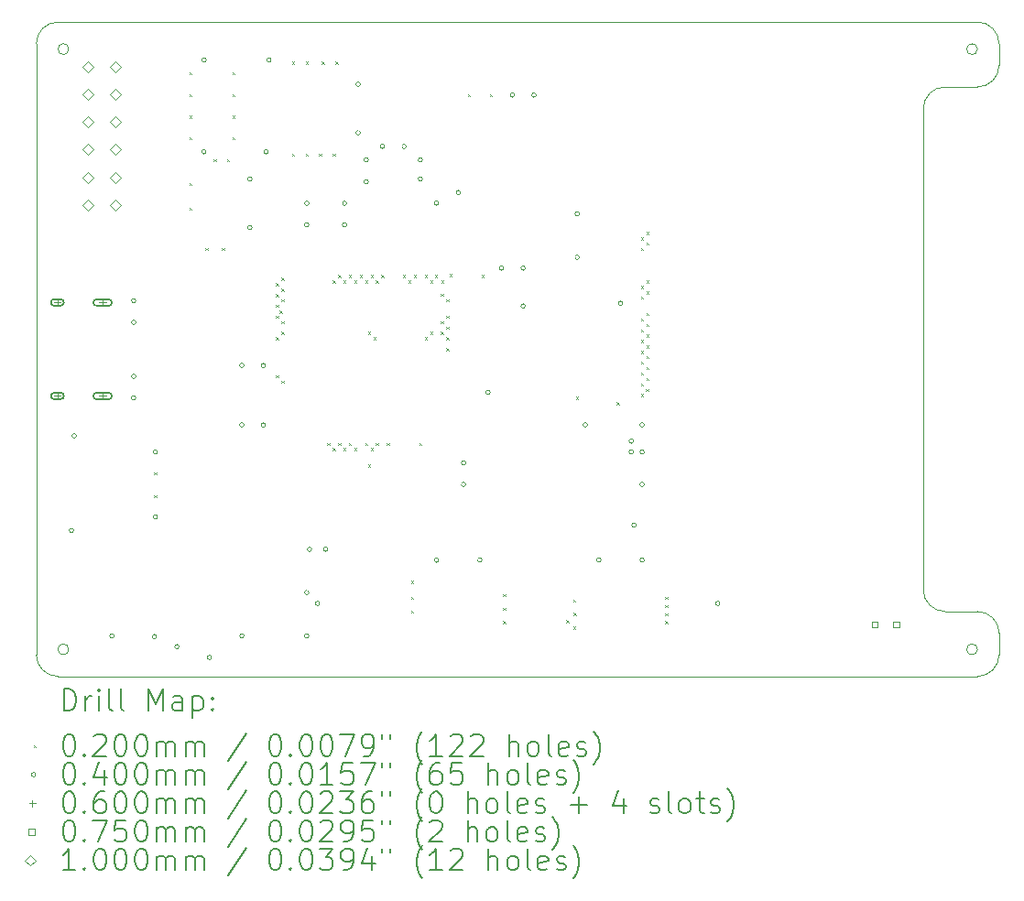
<source format=gbr>
%TF.GenerationSoftware,KiCad,Pcbnew,7.0.6*%
%TF.CreationDate,2023-07-20T20:35:06+02:00*%
%TF.ProjectId,black_scope,626c6163-6b5f-4736-936f-70652e6b6963,rev?*%
%TF.SameCoordinates,Original*%
%TF.FileFunction,Drillmap*%
%TF.FilePolarity,Positive*%
%FSLAX45Y45*%
G04 Gerber Fmt 4.5, Leading zero omitted, Abs format (unit mm)*
G04 Created by KiCad (PCBNEW 7.0.6) date 2023-07-20 20:35:06*
%MOMM*%
%LPD*%
G01*
G04 APERTURE LIST*
%ADD10C,0.100000*%
%ADD11C,0.200000*%
%ADD12C,0.020000*%
%ADD13C,0.040000*%
%ADD14C,0.060000*%
%ADD15C,0.075000*%
G04 APERTURE END LIST*
D10*
X18500000Y-7825000D02*
X18200000Y-7825000D01*
X18500000Y-13025000D02*
G75*
G03*
X18500000Y-13025000I-50000J0D01*
G01*
X18500000Y-7475000D02*
G75*
G03*
X18500000Y-7475000I-50000J0D01*
G01*
X18700000Y-13075000D02*
X18700000Y-12875000D01*
X18500000Y-13275000D02*
G75*
G03*
X18700000Y-13075000I0J200000D01*
G01*
X18000000Y-12475000D02*
G75*
G03*
X18200000Y-12675000I200000J0D01*
G01*
X10100000Y-13025000D02*
G75*
G03*
X10100000Y-13025000I-50000J0D01*
G01*
X10000000Y-7225000D02*
G75*
G03*
X9800000Y-7425000I0J-200000D01*
G01*
X9800000Y-13075000D02*
G75*
G03*
X10000000Y-13275000I200000J0D01*
G01*
X10000000Y-13275000D02*
X18500000Y-13275000D01*
X18500000Y-12675000D02*
X18200000Y-12675000D01*
X18700000Y-12875000D02*
G75*
G03*
X18500000Y-12675000I-200000J0D01*
G01*
X10100000Y-7475000D02*
G75*
G03*
X10100000Y-7475000I-50000J0D01*
G01*
X9800000Y-7425000D02*
X9800000Y-13075000D01*
X18500000Y-7825000D02*
G75*
G03*
X18700000Y-7625000I0J200000D01*
G01*
X18700000Y-7425000D02*
G75*
G03*
X18500000Y-7225000I-200000J0D01*
G01*
X18700000Y-7425000D02*
X18700000Y-7625000D01*
X18000000Y-12475000D02*
X18000000Y-8025000D01*
X10000000Y-7225000D02*
X18500000Y-7225000D01*
X18200000Y-7825000D02*
G75*
G03*
X18000000Y-8025000I0J-200000D01*
G01*
D11*
D12*
X10890000Y-11390000D02*
X10910000Y-11410000D01*
X10910000Y-11390000D02*
X10890000Y-11410000D01*
X10890000Y-11598750D02*
X10910000Y-11618750D01*
X10910000Y-11598750D02*
X10890000Y-11618750D01*
X11215000Y-7690000D02*
X11235000Y-7710000D01*
X11235000Y-7690000D02*
X11215000Y-7710000D01*
X11215000Y-7890000D02*
X11235000Y-7910000D01*
X11235000Y-7890000D02*
X11215000Y-7910000D01*
X11215000Y-8090000D02*
X11235000Y-8110000D01*
X11235000Y-8090000D02*
X11215000Y-8110000D01*
X11215000Y-8290000D02*
X11235000Y-8310000D01*
X11235000Y-8290000D02*
X11215000Y-8310000D01*
X11215000Y-8715000D02*
X11235000Y-8735000D01*
X11235000Y-8715000D02*
X11215000Y-8735000D01*
X11215000Y-8940000D02*
X11235000Y-8960000D01*
X11235000Y-8940000D02*
X11215000Y-8960000D01*
X11365000Y-9315000D02*
X11385000Y-9335000D01*
X11385000Y-9315000D02*
X11365000Y-9335000D01*
X11440000Y-8490000D02*
X11460000Y-8510000D01*
X11460000Y-8490000D02*
X11440000Y-8510000D01*
X11515000Y-9315000D02*
X11535000Y-9335000D01*
X11535000Y-9315000D02*
X11515000Y-9335000D01*
X11565000Y-8490000D02*
X11585000Y-8510000D01*
X11585000Y-8490000D02*
X11565000Y-8510000D01*
X11615000Y-7690000D02*
X11635000Y-7710000D01*
X11635000Y-7690000D02*
X11615000Y-7710000D01*
X11615000Y-7890000D02*
X11635000Y-7910000D01*
X11635000Y-7890000D02*
X11615000Y-7910000D01*
X11615000Y-8090000D02*
X11635000Y-8110000D01*
X11635000Y-8090000D02*
X11615000Y-8110000D01*
X11615000Y-8290000D02*
X11635000Y-8310000D01*
X11635000Y-8290000D02*
X11615000Y-8310000D01*
X12014716Y-9940373D02*
X12034716Y-9960373D01*
X12034716Y-9940373D02*
X12014716Y-9960373D01*
X12015000Y-9640000D02*
X12035000Y-9660000D01*
X12035000Y-9640000D02*
X12015000Y-9660000D01*
X12015000Y-9740000D02*
X12035000Y-9760000D01*
X12035000Y-9740000D02*
X12015000Y-9760000D01*
X12015000Y-9840000D02*
X12035000Y-9860000D01*
X12035000Y-9840000D02*
X12015000Y-9860000D01*
X12015000Y-10140000D02*
X12035000Y-10160000D01*
X12035000Y-10140000D02*
X12015000Y-10160000D01*
X12015000Y-10490000D02*
X12035000Y-10510000D01*
X12035000Y-10490000D02*
X12015000Y-10510000D01*
X12051000Y-9892650D02*
X12071000Y-9912650D01*
X12071000Y-9892650D02*
X12051000Y-9912650D01*
X12065000Y-9590000D02*
X12085000Y-9610000D01*
X12085000Y-9590000D02*
X12065000Y-9610000D01*
X12065000Y-9690000D02*
X12085000Y-9710000D01*
X12085000Y-9690000D02*
X12065000Y-9710000D01*
X12065000Y-9790000D02*
X12085000Y-9810000D01*
X12085000Y-9790000D02*
X12065000Y-9810000D01*
X12065000Y-9990000D02*
X12085000Y-10010000D01*
X12085000Y-9990000D02*
X12065000Y-10010000D01*
X12065000Y-10090000D02*
X12085000Y-10110000D01*
X12085000Y-10090000D02*
X12065000Y-10110000D01*
X12065000Y-10540000D02*
X12085000Y-10560000D01*
X12085000Y-10540000D02*
X12065000Y-10560000D01*
X12165000Y-7590000D02*
X12185000Y-7610000D01*
X12185000Y-7590000D02*
X12165000Y-7610000D01*
X12165000Y-8440000D02*
X12185000Y-8460000D01*
X12185000Y-8440000D02*
X12165000Y-8460000D01*
X12290000Y-7590000D02*
X12310000Y-7610000D01*
X12310000Y-7590000D02*
X12290000Y-7610000D01*
X12290000Y-8440000D02*
X12310000Y-8460000D01*
X12310000Y-8440000D02*
X12290000Y-8460000D01*
X12415000Y-8440000D02*
X12435000Y-8460000D01*
X12435000Y-8440000D02*
X12415000Y-8460000D01*
X12440000Y-7590000D02*
X12460000Y-7610000D01*
X12460000Y-7590000D02*
X12440000Y-7610000D01*
X12490000Y-11115000D02*
X12510000Y-11135000D01*
X12510000Y-11115000D02*
X12490000Y-11135000D01*
X12540000Y-8440000D02*
X12560000Y-8460000D01*
X12560000Y-8440000D02*
X12540000Y-8460000D01*
X12540000Y-9615000D02*
X12560000Y-9635000D01*
X12560000Y-9615000D02*
X12540000Y-9635000D01*
X12540000Y-11165000D02*
X12560000Y-11185000D01*
X12560000Y-11165000D02*
X12540000Y-11185000D01*
X12565000Y-7590000D02*
X12585000Y-7610000D01*
X12585000Y-7590000D02*
X12565000Y-7610000D01*
X12590000Y-9565000D02*
X12610000Y-9585000D01*
X12610000Y-9565000D02*
X12590000Y-9585000D01*
X12590000Y-11115000D02*
X12610000Y-11135000D01*
X12610000Y-11115000D02*
X12590000Y-11135000D01*
X12640000Y-9615000D02*
X12660000Y-9635000D01*
X12660000Y-9615000D02*
X12640000Y-9635000D01*
X12640000Y-11165000D02*
X12660000Y-11185000D01*
X12660000Y-11165000D02*
X12640000Y-11185000D01*
X12690000Y-9565000D02*
X12710000Y-9585000D01*
X12710000Y-9565000D02*
X12690000Y-9585000D01*
X12690000Y-11115000D02*
X12710000Y-11135000D01*
X12710000Y-11115000D02*
X12690000Y-11135000D01*
X12740000Y-9615000D02*
X12760000Y-9635000D01*
X12760000Y-9615000D02*
X12740000Y-9635000D01*
X12740000Y-11165000D02*
X12760000Y-11185000D01*
X12760000Y-11165000D02*
X12740000Y-11185000D01*
X12790000Y-9565000D02*
X12810000Y-9585000D01*
X12810000Y-9565000D02*
X12790000Y-9585000D01*
X12840000Y-9615000D02*
X12860000Y-9635000D01*
X12860000Y-9615000D02*
X12840000Y-9635000D01*
X12840000Y-11115000D02*
X12860000Y-11135000D01*
X12860000Y-11115000D02*
X12840000Y-11135000D01*
X12865000Y-10090000D02*
X12885000Y-10110000D01*
X12885000Y-10090000D02*
X12865000Y-10110000D01*
X12865000Y-11315000D02*
X12885000Y-11335000D01*
X12885000Y-11315000D02*
X12865000Y-11335000D01*
X12890000Y-9565000D02*
X12910000Y-9585000D01*
X12910000Y-9565000D02*
X12890000Y-9585000D01*
X12890000Y-11165000D02*
X12910000Y-11185000D01*
X12910000Y-11165000D02*
X12890000Y-11185000D01*
X12915000Y-10140000D02*
X12935000Y-10160000D01*
X12935000Y-10140000D02*
X12915000Y-10160000D01*
X12940000Y-9615000D02*
X12960000Y-9635000D01*
X12960000Y-9615000D02*
X12940000Y-9635000D01*
X12940000Y-11115000D02*
X12960000Y-11135000D01*
X12960000Y-11115000D02*
X12940000Y-11135000D01*
X12990000Y-9565000D02*
X13010000Y-9585000D01*
X13010000Y-9565000D02*
X12990000Y-9585000D01*
X13040000Y-11115000D02*
X13060000Y-11135000D01*
X13060000Y-11115000D02*
X13040000Y-11135000D01*
X13190000Y-9565000D02*
X13210000Y-9585000D01*
X13210000Y-9565000D02*
X13190000Y-9585000D01*
X13240000Y-9615000D02*
X13260000Y-9635000D01*
X13260000Y-9615000D02*
X13240000Y-9635000D01*
X13265000Y-12390000D02*
X13285000Y-12410000D01*
X13285000Y-12390000D02*
X13265000Y-12410000D01*
X13265000Y-12540000D02*
X13285000Y-12560000D01*
X13285000Y-12540000D02*
X13265000Y-12560000D01*
X13265000Y-12665000D02*
X13285000Y-12685000D01*
X13285000Y-12665000D02*
X13265000Y-12685000D01*
X13290000Y-9565000D02*
X13310000Y-9585000D01*
X13310000Y-9565000D02*
X13290000Y-9585000D01*
X13340000Y-11115000D02*
X13360000Y-11135000D01*
X13360000Y-11115000D02*
X13340000Y-11135000D01*
X13390000Y-9565000D02*
X13410000Y-9585000D01*
X13410000Y-9565000D02*
X13390000Y-9585000D01*
X13390000Y-10140000D02*
X13410000Y-10160000D01*
X13410000Y-10140000D02*
X13390000Y-10160000D01*
X13440000Y-9615000D02*
X13460000Y-9635000D01*
X13460000Y-9615000D02*
X13440000Y-9635000D01*
X13440000Y-10090000D02*
X13460000Y-10110000D01*
X13460000Y-10090000D02*
X13440000Y-10110000D01*
X13485050Y-9565000D02*
X13505050Y-9585000D01*
X13505050Y-9565000D02*
X13485050Y-9585000D01*
X13540000Y-9990000D02*
X13560000Y-10010000D01*
X13560000Y-9990000D02*
X13540000Y-10010000D01*
X13540000Y-10090000D02*
X13560000Y-10110000D01*
X13560000Y-10090000D02*
X13540000Y-10110000D01*
X13540534Y-9739466D02*
X13560534Y-9759466D01*
X13560534Y-9739466D02*
X13540534Y-9759466D01*
X13544950Y-9615000D02*
X13564950Y-9635000D01*
X13564950Y-9615000D02*
X13544950Y-9635000D01*
X13590000Y-9790000D02*
X13610000Y-9810000D01*
X13610000Y-9790000D02*
X13590000Y-9810000D01*
X13590000Y-9940000D02*
X13610000Y-9960000D01*
X13610000Y-9940000D02*
X13590000Y-9960000D01*
X13590000Y-10040000D02*
X13610000Y-10060000D01*
X13610000Y-10040000D02*
X13590000Y-10060000D01*
X13590000Y-10140000D02*
X13610000Y-10160000D01*
X13610000Y-10140000D02*
X13590000Y-10160000D01*
X13590000Y-10240000D02*
X13610000Y-10260000D01*
X13610000Y-10240000D02*
X13590000Y-10260000D01*
X13619950Y-9556500D02*
X13639950Y-9576500D01*
X13639950Y-9556500D02*
X13619950Y-9576500D01*
X13790000Y-7890000D02*
X13810000Y-7910000D01*
X13810000Y-7890000D02*
X13790000Y-7910000D01*
X13915000Y-9565000D02*
X13935000Y-9585000D01*
X13935000Y-9565000D02*
X13915000Y-9585000D01*
X13990000Y-7890000D02*
X14010000Y-7910000D01*
X14010000Y-7890000D02*
X13990000Y-7910000D01*
X14115000Y-12515000D02*
X14135000Y-12535000D01*
X14135000Y-12515000D02*
X14115000Y-12535000D01*
X14115000Y-12640000D02*
X14135000Y-12660000D01*
X14135000Y-12640000D02*
X14115000Y-12660000D01*
X14115000Y-12765000D02*
X14135000Y-12785000D01*
X14135000Y-12765000D02*
X14115000Y-12785000D01*
X14699384Y-12755882D02*
X14719384Y-12775882D01*
X14719384Y-12755882D02*
X14699384Y-12775882D01*
X14765000Y-12565000D02*
X14785000Y-12585000D01*
X14785000Y-12565000D02*
X14765000Y-12585000D01*
X14765000Y-12815000D02*
X14785000Y-12835000D01*
X14785000Y-12815000D02*
X14765000Y-12835000D01*
X14768249Y-12686751D02*
X14788249Y-12706751D01*
X14788249Y-12686751D02*
X14768249Y-12706751D01*
X14790000Y-10690000D02*
X14810000Y-10710000D01*
X14810000Y-10690000D02*
X14790000Y-10710000D01*
X15165000Y-10740000D02*
X15185000Y-10760000D01*
X15185000Y-10740000D02*
X15165000Y-10760000D01*
X15390000Y-9215000D02*
X15410000Y-9235000D01*
X15410000Y-9215000D02*
X15390000Y-9235000D01*
X15390000Y-9315000D02*
X15410000Y-9335000D01*
X15410000Y-9315000D02*
X15390000Y-9335000D01*
X15390000Y-9665000D02*
X15410000Y-9685000D01*
X15410000Y-9665000D02*
X15390000Y-9685000D01*
X15390000Y-9765000D02*
X15410000Y-9785000D01*
X15410000Y-9765000D02*
X15390000Y-9785000D01*
X15390000Y-9965000D02*
X15410000Y-9985000D01*
X15410000Y-9965000D02*
X15390000Y-9985000D01*
X15390000Y-10065000D02*
X15410000Y-10085000D01*
X15410000Y-10065000D02*
X15390000Y-10085000D01*
X15390000Y-10165000D02*
X15410000Y-10185000D01*
X15410000Y-10165000D02*
X15390000Y-10185000D01*
X15390000Y-10265000D02*
X15410000Y-10285000D01*
X15410000Y-10265000D02*
X15390000Y-10285000D01*
X15390000Y-10365000D02*
X15410000Y-10385000D01*
X15410000Y-10365000D02*
X15390000Y-10385000D01*
X15390000Y-10465000D02*
X15410000Y-10485000D01*
X15410000Y-10465000D02*
X15390000Y-10485000D01*
X15390000Y-10565000D02*
X15410000Y-10585000D01*
X15410000Y-10565000D02*
X15390000Y-10585000D01*
X15390000Y-10665000D02*
X15410000Y-10685000D01*
X15410000Y-10665000D02*
X15390000Y-10685000D01*
X15435796Y-10615000D02*
X15455796Y-10635000D01*
X15455796Y-10615000D02*
X15435796Y-10635000D01*
X15440000Y-9165050D02*
X15460000Y-9185050D01*
X15460000Y-9165050D02*
X15440000Y-9185050D01*
X15440000Y-9265000D02*
X15460000Y-9285000D01*
X15460000Y-9265000D02*
X15440000Y-9285000D01*
X15440000Y-9615000D02*
X15460000Y-9635000D01*
X15460000Y-9615000D02*
X15440000Y-9635000D01*
X15440000Y-9715000D02*
X15460000Y-9735000D01*
X15460000Y-9715000D02*
X15440000Y-9735000D01*
X15440000Y-9915000D02*
X15460000Y-9935000D01*
X15460000Y-9915000D02*
X15440000Y-9935000D01*
X15440000Y-10015000D02*
X15460000Y-10035000D01*
X15460000Y-10015000D02*
X15440000Y-10035000D01*
X15440000Y-10115000D02*
X15460000Y-10135000D01*
X15460000Y-10115000D02*
X15440000Y-10135000D01*
X15440000Y-10215000D02*
X15460000Y-10235000D01*
X15460000Y-10215000D02*
X15440000Y-10235000D01*
X15440000Y-10315000D02*
X15460000Y-10335000D01*
X15460000Y-10315000D02*
X15440000Y-10335000D01*
X15440000Y-10415000D02*
X15460000Y-10435000D01*
X15460000Y-10415000D02*
X15440000Y-10435000D01*
X15440000Y-10515000D02*
X15460000Y-10535000D01*
X15460000Y-10515000D02*
X15440000Y-10535000D01*
X15615000Y-12540000D02*
X15635000Y-12560000D01*
X15635000Y-12540000D02*
X15615000Y-12560000D01*
X15615000Y-12615000D02*
X15635000Y-12635000D01*
X15635000Y-12615000D02*
X15615000Y-12635000D01*
X15615000Y-12690000D02*
X15635000Y-12710000D01*
X15635000Y-12690000D02*
X15615000Y-12710000D01*
X15615000Y-12765000D02*
X15635000Y-12785000D01*
X15635000Y-12765000D02*
X15615000Y-12785000D01*
D13*
X10145000Y-11925000D02*
G75*
G03*
X10145000Y-11925000I-20000J0D01*
G01*
X10170000Y-11050000D02*
G75*
G03*
X10170000Y-11050000I-20000J0D01*
G01*
X10520000Y-12900000D02*
G75*
G03*
X10520000Y-12900000I-20000J0D01*
G01*
X10720000Y-9800000D02*
G75*
G03*
X10720000Y-9800000I-20000J0D01*
G01*
X10720000Y-10000000D02*
G75*
G03*
X10720000Y-10000000I-20000J0D01*
G01*
X10720000Y-10500000D02*
G75*
G03*
X10720000Y-10500000I-20000J0D01*
G01*
X10720000Y-10700000D02*
G75*
G03*
X10720000Y-10700000I-20000J0D01*
G01*
X10913467Y-12906533D02*
G75*
G03*
X10913467Y-12906533I-20000J0D01*
G01*
X10920000Y-11200000D02*
G75*
G03*
X10920000Y-11200000I-20000J0D01*
G01*
X10920000Y-11800000D02*
G75*
G03*
X10920000Y-11800000I-20000J0D01*
G01*
X11120000Y-13000000D02*
G75*
G03*
X11120000Y-13000000I-20000J0D01*
G01*
X11370000Y-7575000D02*
G75*
G03*
X11370000Y-7575000I-20000J0D01*
G01*
X11370000Y-8425000D02*
G75*
G03*
X11370000Y-8425000I-20000J0D01*
G01*
X11420000Y-13100000D02*
G75*
G03*
X11420000Y-13100000I-20000J0D01*
G01*
X11720000Y-10400000D02*
G75*
G03*
X11720000Y-10400000I-20000J0D01*
G01*
X11720000Y-10950000D02*
G75*
G03*
X11720000Y-10950000I-20000J0D01*
G01*
X11720000Y-12900000D02*
G75*
G03*
X11720000Y-12900000I-20000J0D01*
G01*
X11795000Y-8675000D02*
G75*
G03*
X11795000Y-8675000I-20000J0D01*
G01*
X11795000Y-9125000D02*
G75*
G03*
X11795000Y-9125000I-20000J0D01*
G01*
X11920000Y-10400000D02*
G75*
G03*
X11920000Y-10400000I-20000J0D01*
G01*
X11920000Y-10950000D02*
G75*
G03*
X11920000Y-10950000I-20000J0D01*
G01*
X11945000Y-8425000D02*
G75*
G03*
X11945000Y-8425000I-20000J0D01*
G01*
X11970000Y-7575000D02*
G75*
G03*
X11970000Y-7575000I-20000J0D01*
G01*
X12320000Y-8900000D02*
G75*
G03*
X12320000Y-8900000I-20000J0D01*
G01*
X12320000Y-9100000D02*
G75*
G03*
X12320000Y-9100000I-20000J0D01*
G01*
X12320000Y-12500000D02*
G75*
G03*
X12320000Y-12500000I-20000J0D01*
G01*
X12320000Y-12900000D02*
G75*
G03*
X12320000Y-12900000I-20000J0D01*
G01*
X12345000Y-12100000D02*
G75*
G03*
X12345000Y-12100000I-20000J0D01*
G01*
X12420000Y-12600000D02*
G75*
G03*
X12420000Y-12600000I-20000J0D01*
G01*
X12495000Y-12100000D02*
G75*
G03*
X12495000Y-12100000I-20000J0D01*
G01*
X12670000Y-8900000D02*
G75*
G03*
X12670000Y-8900000I-20000J0D01*
G01*
X12670000Y-9100000D02*
G75*
G03*
X12670000Y-9100000I-20000J0D01*
G01*
X12795000Y-7800000D02*
G75*
G03*
X12795000Y-7800000I-20000J0D01*
G01*
X12795000Y-8250000D02*
G75*
G03*
X12795000Y-8250000I-20000J0D01*
G01*
X12870000Y-8500000D02*
G75*
G03*
X12870000Y-8500000I-20000J0D01*
G01*
X12870000Y-8700000D02*
G75*
G03*
X12870000Y-8700000I-20000J0D01*
G01*
X13020000Y-8375000D02*
G75*
G03*
X13020000Y-8375000I-20000J0D01*
G01*
X13220000Y-8375000D02*
G75*
G03*
X13220000Y-8375000I-20000J0D01*
G01*
X13370000Y-8500000D02*
G75*
G03*
X13370000Y-8500000I-20000J0D01*
G01*
X13370000Y-8675000D02*
G75*
G03*
X13370000Y-8675000I-20000J0D01*
G01*
X13520000Y-8900000D02*
G75*
G03*
X13520000Y-8900000I-20000J0D01*
G01*
X13520000Y-12200000D02*
G75*
G03*
X13520000Y-12200000I-20000J0D01*
G01*
X13720000Y-8800000D02*
G75*
G03*
X13720000Y-8800000I-20000J0D01*
G01*
X13770000Y-11300000D02*
G75*
G03*
X13770000Y-11300000I-20000J0D01*
G01*
X13770000Y-11500000D02*
G75*
G03*
X13770000Y-11500000I-20000J0D01*
G01*
X13920000Y-12200000D02*
G75*
G03*
X13920000Y-12200000I-20000J0D01*
G01*
X13995000Y-10650000D02*
G75*
G03*
X13995000Y-10650000I-20000J0D01*
G01*
X14120000Y-9500000D02*
G75*
G03*
X14120000Y-9500000I-20000J0D01*
G01*
X14220000Y-7900000D02*
G75*
G03*
X14220000Y-7900000I-20000J0D01*
G01*
X14320000Y-9500000D02*
G75*
G03*
X14320000Y-9500000I-20000J0D01*
G01*
X14320000Y-9850000D02*
G75*
G03*
X14320000Y-9850000I-20000J0D01*
G01*
X14420000Y-7900000D02*
G75*
G03*
X14420000Y-7900000I-20000J0D01*
G01*
X14820000Y-9000000D02*
G75*
G03*
X14820000Y-9000000I-20000J0D01*
G01*
X14820000Y-9400000D02*
G75*
G03*
X14820000Y-9400000I-20000J0D01*
G01*
X14895000Y-10950000D02*
G75*
G03*
X14895000Y-10950000I-20000J0D01*
G01*
X15020000Y-12200000D02*
G75*
G03*
X15020000Y-12200000I-20000J0D01*
G01*
X15220000Y-9825000D02*
G75*
G03*
X15220000Y-9825000I-20000J0D01*
G01*
X15320000Y-11100000D02*
G75*
G03*
X15320000Y-11100000I-20000J0D01*
G01*
X15320000Y-11200000D02*
G75*
G03*
X15320000Y-11200000I-20000J0D01*
G01*
X15345000Y-11875000D02*
G75*
G03*
X15345000Y-11875000I-20000J0D01*
G01*
X15420000Y-10950000D02*
G75*
G03*
X15420000Y-10950000I-20000J0D01*
G01*
X15420000Y-11200000D02*
G75*
G03*
X15420000Y-11200000I-20000J0D01*
G01*
X15420000Y-11500000D02*
G75*
G03*
X15420000Y-11500000I-20000J0D01*
G01*
X15420000Y-12200000D02*
G75*
G03*
X15420000Y-12200000I-20000J0D01*
G01*
X16120000Y-12600000D02*
G75*
G03*
X16120000Y-12600000I-20000J0D01*
G01*
D14*
X9995000Y-9788000D02*
X9995000Y-9848000D01*
X9965000Y-9818000D02*
X10025000Y-9818000D01*
D11*
X10025000Y-9788000D02*
X9965000Y-9788000D01*
X9965000Y-9788000D02*
G75*
G03*
X9965000Y-9848000I0J-30000D01*
G01*
X9965000Y-9848000D02*
X10025000Y-9848000D01*
X10025000Y-9848000D02*
G75*
G03*
X10025000Y-9788000I0J30000D01*
G01*
D14*
X9995000Y-10652000D02*
X9995000Y-10712000D01*
X9965000Y-10682000D02*
X10025000Y-10682000D01*
D11*
X10025000Y-10652000D02*
X9965000Y-10652000D01*
X9965000Y-10652000D02*
G75*
G03*
X9965000Y-10712000I0J-30000D01*
G01*
X9965000Y-10712000D02*
X10025000Y-10712000D01*
X10025000Y-10712000D02*
G75*
G03*
X10025000Y-10652000I0J30000D01*
G01*
D14*
X10413000Y-9788000D02*
X10413000Y-9848000D01*
X10383000Y-9818000D02*
X10443000Y-9818000D01*
D11*
X10468000Y-9788000D02*
X10358000Y-9788000D01*
X10358000Y-9788000D02*
G75*
G03*
X10358000Y-9848000I0J-30000D01*
G01*
X10358000Y-9848000D02*
X10468000Y-9848000D01*
X10468000Y-9848000D02*
G75*
G03*
X10468000Y-9788000I0J30000D01*
G01*
D14*
X10413000Y-10652000D02*
X10413000Y-10712000D01*
X10383000Y-10682000D02*
X10443000Y-10682000D01*
D11*
X10468000Y-10652000D02*
X10358000Y-10652000D01*
X10358000Y-10652000D02*
G75*
G03*
X10358000Y-10712000I0J-30000D01*
G01*
X10358000Y-10712000D02*
X10468000Y-10712000D01*
X10468000Y-10712000D02*
G75*
G03*
X10468000Y-10652000I0J30000D01*
G01*
D15*
X17576517Y-12821517D02*
X17576517Y-12768483D01*
X17523483Y-12768483D01*
X17523483Y-12821517D01*
X17576517Y-12821517D01*
X17776517Y-12821517D02*
X17776517Y-12768483D01*
X17723483Y-12768483D01*
X17723483Y-12821517D01*
X17776517Y-12821517D01*
D10*
X10277000Y-7688000D02*
X10327000Y-7638000D01*
X10277000Y-7588000D01*
X10227000Y-7638000D01*
X10277000Y-7688000D01*
X10277000Y-7942000D02*
X10327000Y-7892000D01*
X10277000Y-7842000D01*
X10227000Y-7892000D01*
X10277000Y-7942000D01*
X10277000Y-8196000D02*
X10327000Y-8146000D01*
X10277000Y-8096000D01*
X10227000Y-8146000D01*
X10277000Y-8196000D01*
X10277000Y-8450000D02*
X10327000Y-8400000D01*
X10277000Y-8350000D01*
X10227000Y-8400000D01*
X10277000Y-8450000D01*
X10279250Y-8716000D02*
X10329250Y-8666000D01*
X10279250Y-8616000D01*
X10229250Y-8666000D01*
X10279250Y-8716000D01*
X10279250Y-8970000D02*
X10329250Y-8920000D01*
X10279250Y-8870000D01*
X10229250Y-8920000D01*
X10279250Y-8970000D01*
X10531000Y-7688000D02*
X10581000Y-7638000D01*
X10531000Y-7588000D01*
X10481000Y-7638000D01*
X10531000Y-7688000D01*
X10531000Y-7942000D02*
X10581000Y-7892000D01*
X10531000Y-7842000D01*
X10481000Y-7892000D01*
X10531000Y-7942000D01*
X10531000Y-8196000D02*
X10581000Y-8146000D01*
X10531000Y-8096000D01*
X10481000Y-8146000D01*
X10531000Y-8196000D01*
X10531000Y-8450000D02*
X10581000Y-8400000D01*
X10531000Y-8350000D01*
X10481000Y-8400000D01*
X10531000Y-8450000D01*
X10533250Y-8716000D02*
X10583250Y-8666000D01*
X10533250Y-8616000D01*
X10483250Y-8666000D01*
X10533250Y-8716000D01*
X10533250Y-8970000D02*
X10583250Y-8920000D01*
X10533250Y-8870000D01*
X10483250Y-8920000D01*
X10533250Y-8970000D01*
D11*
X10055777Y-13591484D02*
X10055777Y-13391484D01*
X10055777Y-13391484D02*
X10103396Y-13391484D01*
X10103396Y-13391484D02*
X10131967Y-13401008D01*
X10131967Y-13401008D02*
X10151015Y-13420055D01*
X10151015Y-13420055D02*
X10160539Y-13439103D01*
X10160539Y-13439103D02*
X10170063Y-13477198D01*
X10170063Y-13477198D02*
X10170063Y-13505769D01*
X10170063Y-13505769D02*
X10160539Y-13543865D01*
X10160539Y-13543865D02*
X10151015Y-13562912D01*
X10151015Y-13562912D02*
X10131967Y-13581960D01*
X10131967Y-13581960D02*
X10103396Y-13591484D01*
X10103396Y-13591484D02*
X10055777Y-13591484D01*
X10255777Y-13591484D02*
X10255777Y-13458150D01*
X10255777Y-13496246D02*
X10265301Y-13477198D01*
X10265301Y-13477198D02*
X10274824Y-13467674D01*
X10274824Y-13467674D02*
X10293872Y-13458150D01*
X10293872Y-13458150D02*
X10312920Y-13458150D01*
X10379586Y-13591484D02*
X10379586Y-13458150D01*
X10379586Y-13391484D02*
X10370063Y-13401008D01*
X10370063Y-13401008D02*
X10379586Y-13410531D01*
X10379586Y-13410531D02*
X10389110Y-13401008D01*
X10389110Y-13401008D02*
X10379586Y-13391484D01*
X10379586Y-13391484D02*
X10379586Y-13410531D01*
X10503396Y-13591484D02*
X10484348Y-13581960D01*
X10484348Y-13581960D02*
X10474824Y-13562912D01*
X10474824Y-13562912D02*
X10474824Y-13391484D01*
X10608158Y-13591484D02*
X10589110Y-13581960D01*
X10589110Y-13581960D02*
X10579586Y-13562912D01*
X10579586Y-13562912D02*
X10579586Y-13391484D01*
X10836729Y-13591484D02*
X10836729Y-13391484D01*
X10836729Y-13391484D02*
X10903396Y-13534341D01*
X10903396Y-13534341D02*
X10970063Y-13391484D01*
X10970063Y-13391484D02*
X10970063Y-13591484D01*
X11151015Y-13591484D02*
X11151015Y-13486722D01*
X11151015Y-13486722D02*
X11141491Y-13467674D01*
X11141491Y-13467674D02*
X11122444Y-13458150D01*
X11122444Y-13458150D02*
X11084348Y-13458150D01*
X11084348Y-13458150D02*
X11065301Y-13467674D01*
X11151015Y-13581960D02*
X11131967Y-13591484D01*
X11131967Y-13591484D02*
X11084348Y-13591484D01*
X11084348Y-13591484D02*
X11065301Y-13581960D01*
X11065301Y-13581960D02*
X11055777Y-13562912D01*
X11055777Y-13562912D02*
X11055777Y-13543865D01*
X11055777Y-13543865D02*
X11065301Y-13524817D01*
X11065301Y-13524817D02*
X11084348Y-13515293D01*
X11084348Y-13515293D02*
X11131967Y-13515293D01*
X11131967Y-13515293D02*
X11151015Y-13505769D01*
X11246253Y-13458150D02*
X11246253Y-13658150D01*
X11246253Y-13467674D02*
X11265301Y-13458150D01*
X11265301Y-13458150D02*
X11303396Y-13458150D01*
X11303396Y-13458150D02*
X11322443Y-13467674D01*
X11322443Y-13467674D02*
X11331967Y-13477198D01*
X11331967Y-13477198D02*
X11341491Y-13496246D01*
X11341491Y-13496246D02*
X11341491Y-13553388D01*
X11341491Y-13553388D02*
X11331967Y-13572436D01*
X11331967Y-13572436D02*
X11322443Y-13581960D01*
X11322443Y-13581960D02*
X11303396Y-13591484D01*
X11303396Y-13591484D02*
X11265301Y-13591484D01*
X11265301Y-13591484D02*
X11246253Y-13581960D01*
X11427205Y-13572436D02*
X11436729Y-13581960D01*
X11436729Y-13581960D02*
X11427205Y-13591484D01*
X11427205Y-13591484D02*
X11417682Y-13581960D01*
X11417682Y-13581960D02*
X11427205Y-13572436D01*
X11427205Y-13572436D02*
X11427205Y-13591484D01*
X11427205Y-13467674D02*
X11436729Y-13477198D01*
X11436729Y-13477198D02*
X11427205Y-13486722D01*
X11427205Y-13486722D02*
X11417682Y-13477198D01*
X11417682Y-13477198D02*
X11427205Y-13467674D01*
X11427205Y-13467674D02*
X11427205Y-13486722D01*
D12*
X9775000Y-13910000D02*
X9795000Y-13930000D01*
X9795000Y-13910000D02*
X9775000Y-13930000D01*
D11*
X10093872Y-13811484D02*
X10112920Y-13811484D01*
X10112920Y-13811484D02*
X10131967Y-13821008D01*
X10131967Y-13821008D02*
X10141491Y-13830531D01*
X10141491Y-13830531D02*
X10151015Y-13849579D01*
X10151015Y-13849579D02*
X10160539Y-13887674D01*
X10160539Y-13887674D02*
X10160539Y-13935293D01*
X10160539Y-13935293D02*
X10151015Y-13973388D01*
X10151015Y-13973388D02*
X10141491Y-13992436D01*
X10141491Y-13992436D02*
X10131967Y-14001960D01*
X10131967Y-14001960D02*
X10112920Y-14011484D01*
X10112920Y-14011484D02*
X10093872Y-14011484D01*
X10093872Y-14011484D02*
X10074824Y-14001960D01*
X10074824Y-14001960D02*
X10065301Y-13992436D01*
X10065301Y-13992436D02*
X10055777Y-13973388D01*
X10055777Y-13973388D02*
X10046253Y-13935293D01*
X10046253Y-13935293D02*
X10046253Y-13887674D01*
X10046253Y-13887674D02*
X10055777Y-13849579D01*
X10055777Y-13849579D02*
X10065301Y-13830531D01*
X10065301Y-13830531D02*
X10074824Y-13821008D01*
X10074824Y-13821008D02*
X10093872Y-13811484D01*
X10246253Y-13992436D02*
X10255777Y-14001960D01*
X10255777Y-14001960D02*
X10246253Y-14011484D01*
X10246253Y-14011484D02*
X10236729Y-14001960D01*
X10236729Y-14001960D02*
X10246253Y-13992436D01*
X10246253Y-13992436D02*
X10246253Y-14011484D01*
X10331967Y-13830531D02*
X10341491Y-13821008D01*
X10341491Y-13821008D02*
X10360539Y-13811484D01*
X10360539Y-13811484D02*
X10408158Y-13811484D01*
X10408158Y-13811484D02*
X10427205Y-13821008D01*
X10427205Y-13821008D02*
X10436729Y-13830531D01*
X10436729Y-13830531D02*
X10446253Y-13849579D01*
X10446253Y-13849579D02*
X10446253Y-13868627D01*
X10446253Y-13868627D02*
X10436729Y-13897198D01*
X10436729Y-13897198D02*
X10322444Y-14011484D01*
X10322444Y-14011484D02*
X10446253Y-14011484D01*
X10570063Y-13811484D02*
X10589110Y-13811484D01*
X10589110Y-13811484D02*
X10608158Y-13821008D01*
X10608158Y-13821008D02*
X10617682Y-13830531D01*
X10617682Y-13830531D02*
X10627205Y-13849579D01*
X10627205Y-13849579D02*
X10636729Y-13887674D01*
X10636729Y-13887674D02*
X10636729Y-13935293D01*
X10636729Y-13935293D02*
X10627205Y-13973388D01*
X10627205Y-13973388D02*
X10617682Y-13992436D01*
X10617682Y-13992436D02*
X10608158Y-14001960D01*
X10608158Y-14001960D02*
X10589110Y-14011484D01*
X10589110Y-14011484D02*
X10570063Y-14011484D01*
X10570063Y-14011484D02*
X10551015Y-14001960D01*
X10551015Y-14001960D02*
X10541491Y-13992436D01*
X10541491Y-13992436D02*
X10531967Y-13973388D01*
X10531967Y-13973388D02*
X10522444Y-13935293D01*
X10522444Y-13935293D02*
X10522444Y-13887674D01*
X10522444Y-13887674D02*
X10531967Y-13849579D01*
X10531967Y-13849579D02*
X10541491Y-13830531D01*
X10541491Y-13830531D02*
X10551015Y-13821008D01*
X10551015Y-13821008D02*
X10570063Y-13811484D01*
X10760539Y-13811484D02*
X10779586Y-13811484D01*
X10779586Y-13811484D02*
X10798634Y-13821008D01*
X10798634Y-13821008D02*
X10808158Y-13830531D01*
X10808158Y-13830531D02*
X10817682Y-13849579D01*
X10817682Y-13849579D02*
X10827205Y-13887674D01*
X10827205Y-13887674D02*
X10827205Y-13935293D01*
X10827205Y-13935293D02*
X10817682Y-13973388D01*
X10817682Y-13973388D02*
X10808158Y-13992436D01*
X10808158Y-13992436D02*
X10798634Y-14001960D01*
X10798634Y-14001960D02*
X10779586Y-14011484D01*
X10779586Y-14011484D02*
X10760539Y-14011484D01*
X10760539Y-14011484D02*
X10741491Y-14001960D01*
X10741491Y-14001960D02*
X10731967Y-13992436D01*
X10731967Y-13992436D02*
X10722444Y-13973388D01*
X10722444Y-13973388D02*
X10712920Y-13935293D01*
X10712920Y-13935293D02*
X10712920Y-13887674D01*
X10712920Y-13887674D02*
X10722444Y-13849579D01*
X10722444Y-13849579D02*
X10731967Y-13830531D01*
X10731967Y-13830531D02*
X10741491Y-13821008D01*
X10741491Y-13821008D02*
X10760539Y-13811484D01*
X10912920Y-14011484D02*
X10912920Y-13878150D01*
X10912920Y-13897198D02*
X10922444Y-13887674D01*
X10922444Y-13887674D02*
X10941491Y-13878150D01*
X10941491Y-13878150D02*
X10970063Y-13878150D01*
X10970063Y-13878150D02*
X10989110Y-13887674D01*
X10989110Y-13887674D02*
X10998634Y-13906722D01*
X10998634Y-13906722D02*
X10998634Y-14011484D01*
X10998634Y-13906722D02*
X11008158Y-13887674D01*
X11008158Y-13887674D02*
X11027205Y-13878150D01*
X11027205Y-13878150D02*
X11055777Y-13878150D01*
X11055777Y-13878150D02*
X11074825Y-13887674D01*
X11074825Y-13887674D02*
X11084348Y-13906722D01*
X11084348Y-13906722D02*
X11084348Y-14011484D01*
X11179586Y-14011484D02*
X11179586Y-13878150D01*
X11179586Y-13897198D02*
X11189110Y-13887674D01*
X11189110Y-13887674D02*
X11208158Y-13878150D01*
X11208158Y-13878150D02*
X11236729Y-13878150D01*
X11236729Y-13878150D02*
X11255777Y-13887674D01*
X11255777Y-13887674D02*
X11265301Y-13906722D01*
X11265301Y-13906722D02*
X11265301Y-14011484D01*
X11265301Y-13906722D02*
X11274824Y-13887674D01*
X11274824Y-13887674D02*
X11293872Y-13878150D01*
X11293872Y-13878150D02*
X11322443Y-13878150D01*
X11322443Y-13878150D02*
X11341491Y-13887674D01*
X11341491Y-13887674D02*
X11351015Y-13906722D01*
X11351015Y-13906722D02*
X11351015Y-14011484D01*
X11741491Y-13801960D02*
X11570063Y-14059103D01*
X11998634Y-13811484D02*
X12017682Y-13811484D01*
X12017682Y-13811484D02*
X12036729Y-13821008D01*
X12036729Y-13821008D02*
X12046253Y-13830531D01*
X12046253Y-13830531D02*
X12055777Y-13849579D01*
X12055777Y-13849579D02*
X12065301Y-13887674D01*
X12065301Y-13887674D02*
X12065301Y-13935293D01*
X12065301Y-13935293D02*
X12055777Y-13973388D01*
X12055777Y-13973388D02*
X12046253Y-13992436D01*
X12046253Y-13992436D02*
X12036729Y-14001960D01*
X12036729Y-14001960D02*
X12017682Y-14011484D01*
X12017682Y-14011484D02*
X11998634Y-14011484D01*
X11998634Y-14011484D02*
X11979586Y-14001960D01*
X11979586Y-14001960D02*
X11970063Y-13992436D01*
X11970063Y-13992436D02*
X11960539Y-13973388D01*
X11960539Y-13973388D02*
X11951015Y-13935293D01*
X11951015Y-13935293D02*
X11951015Y-13887674D01*
X11951015Y-13887674D02*
X11960539Y-13849579D01*
X11960539Y-13849579D02*
X11970063Y-13830531D01*
X11970063Y-13830531D02*
X11979586Y-13821008D01*
X11979586Y-13821008D02*
X11998634Y-13811484D01*
X12151015Y-13992436D02*
X12160539Y-14001960D01*
X12160539Y-14001960D02*
X12151015Y-14011484D01*
X12151015Y-14011484D02*
X12141491Y-14001960D01*
X12141491Y-14001960D02*
X12151015Y-13992436D01*
X12151015Y-13992436D02*
X12151015Y-14011484D01*
X12284348Y-13811484D02*
X12303396Y-13811484D01*
X12303396Y-13811484D02*
X12322444Y-13821008D01*
X12322444Y-13821008D02*
X12331967Y-13830531D01*
X12331967Y-13830531D02*
X12341491Y-13849579D01*
X12341491Y-13849579D02*
X12351015Y-13887674D01*
X12351015Y-13887674D02*
X12351015Y-13935293D01*
X12351015Y-13935293D02*
X12341491Y-13973388D01*
X12341491Y-13973388D02*
X12331967Y-13992436D01*
X12331967Y-13992436D02*
X12322444Y-14001960D01*
X12322444Y-14001960D02*
X12303396Y-14011484D01*
X12303396Y-14011484D02*
X12284348Y-14011484D01*
X12284348Y-14011484D02*
X12265301Y-14001960D01*
X12265301Y-14001960D02*
X12255777Y-13992436D01*
X12255777Y-13992436D02*
X12246253Y-13973388D01*
X12246253Y-13973388D02*
X12236729Y-13935293D01*
X12236729Y-13935293D02*
X12236729Y-13887674D01*
X12236729Y-13887674D02*
X12246253Y-13849579D01*
X12246253Y-13849579D02*
X12255777Y-13830531D01*
X12255777Y-13830531D02*
X12265301Y-13821008D01*
X12265301Y-13821008D02*
X12284348Y-13811484D01*
X12474825Y-13811484D02*
X12493872Y-13811484D01*
X12493872Y-13811484D02*
X12512920Y-13821008D01*
X12512920Y-13821008D02*
X12522444Y-13830531D01*
X12522444Y-13830531D02*
X12531967Y-13849579D01*
X12531967Y-13849579D02*
X12541491Y-13887674D01*
X12541491Y-13887674D02*
X12541491Y-13935293D01*
X12541491Y-13935293D02*
X12531967Y-13973388D01*
X12531967Y-13973388D02*
X12522444Y-13992436D01*
X12522444Y-13992436D02*
X12512920Y-14001960D01*
X12512920Y-14001960D02*
X12493872Y-14011484D01*
X12493872Y-14011484D02*
X12474825Y-14011484D01*
X12474825Y-14011484D02*
X12455777Y-14001960D01*
X12455777Y-14001960D02*
X12446253Y-13992436D01*
X12446253Y-13992436D02*
X12436729Y-13973388D01*
X12436729Y-13973388D02*
X12427206Y-13935293D01*
X12427206Y-13935293D02*
X12427206Y-13887674D01*
X12427206Y-13887674D02*
X12436729Y-13849579D01*
X12436729Y-13849579D02*
X12446253Y-13830531D01*
X12446253Y-13830531D02*
X12455777Y-13821008D01*
X12455777Y-13821008D02*
X12474825Y-13811484D01*
X12608158Y-13811484D02*
X12741491Y-13811484D01*
X12741491Y-13811484D02*
X12655777Y-14011484D01*
X12827206Y-14011484D02*
X12865301Y-14011484D01*
X12865301Y-14011484D02*
X12884348Y-14001960D01*
X12884348Y-14001960D02*
X12893872Y-13992436D01*
X12893872Y-13992436D02*
X12912920Y-13963865D01*
X12912920Y-13963865D02*
X12922444Y-13925769D01*
X12922444Y-13925769D02*
X12922444Y-13849579D01*
X12922444Y-13849579D02*
X12912920Y-13830531D01*
X12912920Y-13830531D02*
X12903396Y-13821008D01*
X12903396Y-13821008D02*
X12884348Y-13811484D01*
X12884348Y-13811484D02*
X12846253Y-13811484D01*
X12846253Y-13811484D02*
X12827206Y-13821008D01*
X12827206Y-13821008D02*
X12817682Y-13830531D01*
X12817682Y-13830531D02*
X12808158Y-13849579D01*
X12808158Y-13849579D02*
X12808158Y-13897198D01*
X12808158Y-13897198D02*
X12817682Y-13916246D01*
X12817682Y-13916246D02*
X12827206Y-13925769D01*
X12827206Y-13925769D02*
X12846253Y-13935293D01*
X12846253Y-13935293D02*
X12884348Y-13935293D01*
X12884348Y-13935293D02*
X12903396Y-13925769D01*
X12903396Y-13925769D02*
X12912920Y-13916246D01*
X12912920Y-13916246D02*
X12922444Y-13897198D01*
X12998634Y-13811484D02*
X12998634Y-13849579D01*
X13074825Y-13811484D02*
X13074825Y-13849579D01*
X13370063Y-14087674D02*
X13360539Y-14078150D01*
X13360539Y-14078150D02*
X13341491Y-14049579D01*
X13341491Y-14049579D02*
X13331968Y-14030531D01*
X13331968Y-14030531D02*
X13322444Y-14001960D01*
X13322444Y-14001960D02*
X13312920Y-13954341D01*
X13312920Y-13954341D02*
X13312920Y-13916246D01*
X13312920Y-13916246D02*
X13322444Y-13868627D01*
X13322444Y-13868627D02*
X13331968Y-13840055D01*
X13331968Y-13840055D02*
X13341491Y-13821008D01*
X13341491Y-13821008D02*
X13360539Y-13792436D01*
X13360539Y-13792436D02*
X13370063Y-13782912D01*
X13551015Y-14011484D02*
X13436729Y-14011484D01*
X13493872Y-14011484D02*
X13493872Y-13811484D01*
X13493872Y-13811484D02*
X13474825Y-13840055D01*
X13474825Y-13840055D02*
X13455777Y-13859103D01*
X13455777Y-13859103D02*
X13436729Y-13868627D01*
X13627206Y-13830531D02*
X13636729Y-13821008D01*
X13636729Y-13821008D02*
X13655777Y-13811484D01*
X13655777Y-13811484D02*
X13703396Y-13811484D01*
X13703396Y-13811484D02*
X13722444Y-13821008D01*
X13722444Y-13821008D02*
X13731968Y-13830531D01*
X13731968Y-13830531D02*
X13741491Y-13849579D01*
X13741491Y-13849579D02*
X13741491Y-13868627D01*
X13741491Y-13868627D02*
X13731968Y-13897198D01*
X13731968Y-13897198D02*
X13617682Y-14011484D01*
X13617682Y-14011484D02*
X13741491Y-14011484D01*
X13817682Y-13830531D02*
X13827206Y-13821008D01*
X13827206Y-13821008D02*
X13846253Y-13811484D01*
X13846253Y-13811484D02*
X13893872Y-13811484D01*
X13893872Y-13811484D02*
X13912920Y-13821008D01*
X13912920Y-13821008D02*
X13922444Y-13830531D01*
X13922444Y-13830531D02*
X13931968Y-13849579D01*
X13931968Y-13849579D02*
X13931968Y-13868627D01*
X13931968Y-13868627D02*
X13922444Y-13897198D01*
X13922444Y-13897198D02*
X13808158Y-14011484D01*
X13808158Y-14011484D02*
X13931968Y-14011484D01*
X14170063Y-14011484D02*
X14170063Y-13811484D01*
X14255777Y-14011484D02*
X14255777Y-13906722D01*
X14255777Y-13906722D02*
X14246253Y-13887674D01*
X14246253Y-13887674D02*
X14227206Y-13878150D01*
X14227206Y-13878150D02*
X14198634Y-13878150D01*
X14198634Y-13878150D02*
X14179587Y-13887674D01*
X14179587Y-13887674D02*
X14170063Y-13897198D01*
X14379587Y-14011484D02*
X14360539Y-14001960D01*
X14360539Y-14001960D02*
X14351015Y-13992436D01*
X14351015Y-13992436D02*
X14341491Y-13973388D01*
X14341491Y-13973388D02*
X14341491Y-13916246D01*
X14341491Y-13916246D02*
X14351015Y-13897198D01*
X14351015Y-13897198D02*
X14360539Y-13887674D01*
X14360539Y-13887674D02*
X14379587Y-13878150D01*
X14379587Y-13878150D02*
X14408158Y-13878150D01*
X14408158Y-13878150D02*
X14427206Y-13887674D01*
X14427206Y-13887674D02*
X14436730Y-13897198D01*
X14436730Y-13897198D02*
X14446253Y-13916246D01*
X14446253Y-13916246D02*
X14446253Y-13973388D01*
X14446253Y-13973388D02*
X14436730Y-13992436D01*
X14436730Y-13992436D02*
X14427206Y-14001960D01*
X14427206Y-14001960D02*
X14408158Y-14011484D01*
X14408158Y-14011484D02*
X14379587Y-14011484D01*
X14560539Y-14011484D02*
X14541491Y-14001960D01*
X14541491Y-14001960D02*
X14531968Y-13982912D01*
X14531968Y-13982912D02*
X14531968Y-13811484D01*
X14712920Y-14001960D02*
X14693872Y-14011484D01*
X14693872Y-14011484D02*
X14655777Y-14011484D01*
X14655777Y-14011484D02*
X14636730Y-14001960D01*
X14636730Y-14001960D02*
X14627206Y-13982912D01*
X14627206Y-13982912D02*
X14627206Y-13906722D01*
X14627206Y-13906722D02*
X14636730Y-13887674D01*
X14636730Y-13887674D02*
X14655777Y-13878150D01*
X14655777Y-13878150D02*
X14693872Y-13878150D01*
X14693872Y-13878150D02*
X14712920Y-13887674D01*
X14712920Y-13887674D02*
X14722444Y-13906722D01*
X14722444Y-13906722D02*
X14722444Y-13925769D01*
X14722444Y-13925769D02*
X14627206Y-13944817D01*
X14798634Y-14001960D02*
X14817682Y-14011484D01*
X14817682Y-14011484D02*
X14855777Y-14011484D01*
X14855777Y-14011484D02*
X14874825Y-14001960D01*
X14874825Y-14001960D02*
X14884349Y-13982912D01*
X14884349Y-13982912D02*
X14884349Y-13973388D01*
X14884349Y-13973388D02*
X14874825Y-13954341D01*
X14874825Y-13954341D02*
X14855777Y-13944817D01*
X14855777Y-13944817D02*
X14827206Y-13944817D01*
X14827206Y-13944817D02*
X14808158Y-13935293D01*
X14808158Y-13935293D02*
X14798634Y-13916246D01*
X14798634Y-13916246D02*
X14798634Y-13906722D01*
X14798634Y-13906722D02*
X14808158Y-13887674D01*
X14808158Y-13887674D02*
X14827206Y-13878150D01*
X14827206Y-13878150D02*
X14855777Y-13878150D01*
X14855777Y-13878150D02*
X14874825Y-13887674D01*
X14951015Y-14087674D02*
X14960539Y-14078150D01*
X14960539Y-14078150D02*
X14979587Y-14049579D01*
X14979587Y-14049579D02*
X14989111Y-14030531D01*
X14989111Y-14030531D02*
X14998634Y-14001960D01*
X14998634Y-14001960D02*
X15008158Y-13954341D01*
X15008158Y-13954341D02*
X15008158Y-13916246D01*
X15008158Y-13916246D02*
X14998634Y-13868627D01*
X14998634Y-13868627D02*
X14989111Y-13840055D01*
X14989111Y-13840055D02*
X14979587Y-13821008D01*
X14979587Y-13821008D02*
X14960539Y-13792436D01*
X14960539Y-13792436D02*
X14951015Y-13782912D01*
D13*
X9795000Y-14184000D02*
G75*
G03*
X9795000Y-14184000I-20000J0D01*
G01*
D11*
X10093872Y-14075484D02*
X10112920Y-14075484D01*
X10112920Y-14075484D02*
X10131967Y-14085008D01*
X10131967Y-14085008D02*
X10141491Y-14094531D01*
X10141491Y-14094531D02*
X10151015Y-14113579D01*
X10151015Y-14113579D02*
X10160539Y-14151674D01*
X10160539Y-14151674D02*
X10160539Y-14199293D01*
X10160539Y-14199293D02*
X10151015Y-14237388D01*
X10151015Y-14237388D02*
X10141491Y-14256436D01*
X10141491Y-14256436D02*
X10131967Y-14265960D01*
X10131967Y-14265960D02*
X10112920Y-14275484D01*
X10112920Y-14275484D02*
X10093872Y-14275484D01*
X10093872Y-14275484D02*
X10074824Y-14265960D01*
X10074824Y-14265960D02*
X10065301Y-14256436D01*
X10065301Y-14256436D02*
X10055777Y-14237388D01*
X10055777Y-14237388D02*
X10046253Y-14199293D01*
X10046253Y-14199293D02*
X10046253Y-14151674D01*
X10046253Y-14151674D02*
X10055777Y-14113579D01*
X10055777Y-14113579D02*
X10065301Y-14094531D01*
X10065301Y-14094531D02*
X10074824Y-14085008D01*
X10074824Y-14085008D02*
X10093872Y-14075484D01*
X10246253Y-14256436D02*
X10255777Y-14265960D01*
X10255777Y-14265960D02*
X10246253Y-14275484D01*
X10246253Y-14275484D02*
X10236729Y-14265960D01*
X10236729Y-14265960D02*
X10246253Y-14256436D01*
X10246253Y-14256436D02*
X10246253Y-14275484D01*
X10427205Y-14142150D02*
X10427205Y-14275484D01*
X10379586Y-14065960D02*
X10331967Y-14208817D01*
X10331967Y-14208817D02*
X10455777Y-14208817D01*
X10570063Y-14075484D02*
X10589110Y-14075484D01*
X10589110Y-14075484D02*
X10608158Y-14085008D01*
X10608158Y-14085008D02*
X10617682Y-14094531D01*
X10617682Y-14094531D02*
X10627205Y-14113579D01*
X10627205Y-14113579D02*
X10636729Y-14151674D01*
X10636729Y-14151674D02*
X10636729Y-14199293D01*
X10636729Y-14199293D02*
X10627205Y-14237388D01*
X10627205Y-14237388D02*
X10617682Y-14256436D01*
X10617682Y-14256436D02*
X10608158Y-14265960D01*
X10608158Y-14265960D02*
X10589110Y-14275484D01*
X10589110Y-14275484D02*
X10570063Y-14275484D01*
X10570063Y-14275484D02*
X10551015Y-14265960D01*
X10551015Y-14265960D02*
X10541491Y-14256436D01*
X10541491Y-14256436D02*
X10531967Y-14237388D01*
X10531967Y-14237388D02*
X10522444Y-14199293D01*
X10522444Y-14199293D02*
X10522444Y-14151674D01*
X10522444Y-14151674D02*
X10531967Y-14113579D01*
X10531967Y-14113579D02*
X10541491Y-14094531D01*
X10541491Y-14094531D02*
X10551015Y-14085008D01*
X10551015Y-14085008D02*
X10570063Y-14075484D01*
X10760539Y-14075484D02*
X10779586Y-14075484D01*
X10779586Y-14075484D02*
X10798634Y-14085008D01*
X10798634Y-14085008D02*
X10808158Y-14094531D01*
X10808158Y-14094531D02*
X10817682Y-14113579D01*
X10817682Y-14113579D02*
X10827205Y-14151674D01*
X10827205Y-14151674D02*
X10827205Y-14199293D01*
X10827205Y-14199293D02*
X10817682Y-14237388D01*
X10817682Y-14237388D02*
X10808158Y-14256436D01*
X10808158Y-14256436D02*
X10798634Y-14265960D01*
X10798634Y-14265960D02*
X10779586Y-14275484D01*
X10779586Y-14275484D02*
X10760539Y-14275484D01*
X10760539Y-14275484D02*
X10741491Y-14265960D01*
X10741491Y-14265960D02*
X10731967Y-14256436D01*
X10731967Y-14256436D02*
X10722444Y-14237388D01*
X10722444Y-14237388D02*
X10712920Y-14199293D01*
X10712920Y-14199293D02*
X10712920Y-14151674D01*
X10712920Y-14151674D02*
X10722444Y-14113579D01*
X10722444Y-14113579D02*
X10731967Y-14094531D01*
X10731967Y-14094531D02*
X10741491Y-14085008D01*
X10741491Y-14085008D02*
X10760539Y-14075484D01*
X10912920Y-14275484D02*
X10912920Y-14142150D01*
X10912920Y-14161198D02*
X10922444Y-14151674D01*
X10922444Y-14151674D02*
X10941491Y-14142150D01*
X10941491Y-14142150D02*
X10970063Y-14142150D01*
X10970063Y-14142150D02*
X10989110Y-14151674D01*
X10989110Y-14151674D02*
X10998634Y-14170722D01*
X10998634Y-14170722D02*
X10998634Y-14275484D01*
X10998634Y-14170722D02*
X11008158Y-14151674D01*
X11008158Y-14151674D02*
X11027205Y-14142150D01*
X11027205Y-14142150D02*
X11055777Y-14142150D01*
X11055777Y-14142150D02*
X11074825Y-14151674D01*
X11074825Y-14151674D02*
X11084348Y-14170722D01*
X11084348Y-14170722D02*
X11084348Y-14275484D01*
X11179586Y-14275484D02*
X11179586Y-14142150D01*
X11179586Y-14161198D02*
X11189110Y-14151674D01*
X11189110Y-14151674D02*
X11208158Y-14142150D01*
X11208158Y-14142150D02*
X11236729Y-14142150D01*
X11236729Y-14142150D02*
X11255777Y-14151674D01*
X11255777Y-14151674D02*
X11265301Y-14170722D01*
X11265301Y-14170722D02*
X11265301Y-14275484D01*
X11265301Y-14170722D02*
X11274824Y-14151674D01*
X11274824Y-14151674D02*
X11293872Y-14142150D01*
X11293872Y-14142150D02*
X11322443Y-14142150D01*
X11322443Y-14142150D02*
X11341491Y-14151674D01*
X11341491Y-14151674D02*
X11351015Y-14170722D01*
X11351015Y-14170722D02*
X11351015Y-14275484D01*
X11741491Y-14065960D02*
X11570063Y-14323103D01*
X11998634Y-14075484D02*
X12017682Y-14075484D01*
X12017682Y-14075484D02*
X12036729Y-14085008D01*
X12036729Y-14085008D02*
X12046253Y-14094531D01*
X12046253Y-14094531D02*
X12055777Y-14113579D01*
X12055777Y-14113579D02*
X12065301Y-14151674D01*
X12065301Y-14151674D02*
X12065301Y-14199293D01*
X12065301Y-14199293D02*
X12055777Y-14237388D01*
X12055777Y-14237388D02*
X12046253Y-14256436D01*
X12046253Y-14256436D02*
X12036729Y-14265960D01*
X12036729Y-14265960D02*
X12017682Y-14275484D01*
X12017682Y-14275484D02*
X11998634Y-14275484D01*
X11998634Y-14275484D02*
X11979586Y-14265960D01*
X11979586Y-14265960D02*
X11970063Y-14256436D01*
X11970063Y-14256436D02*
X11960539Y-14237388D01*
X11960539Y-14237388D02*
X11951015Y-14199293D01*
X11951015Y-14199293D02*
X11951015Y-14151674D01*
X11951015Y-14151674D02*
X11960539Y-14113579D01*
X11960539Y-14113579D02*
X11970063Y-14094531D01*
X11970063Y-14094531D02*
X11979586Y-14085008D01*
X11979586Y-14085008D02*
X11998634Y-14075484D01*
X12151015Y-14256436D02*
X12160539Y-14265960D01*
X12160539Y-14265960D02*
X12151015Y-14275484D01*
X12151015Y-14275484D02*
X12141491Y-14265960D01*
X12141491Y-14265960D02*
X12151015Y-14256436D01*
X12151015Y-14256436D02*
X12151015Y-14275484D01*
X12284348Y-14075484D02*
X12303396Y-14075484D01*
X12303396Y-14075484D02*
X12322444Y-14085008D01*
X12322444Y-14085008D02*
X12331967Y-14094531D01*
X12331967Y-14094531D02*
X12341491Y-14113579D01*
X12341491Y-14113579D02*
X12351015Y-14151674D01*
X12351015Y-14151674D02*
X12351015Y-14199293D01*
X12351015Y-14199293D02*
X12341491Y-14237388D01*
X12341491Y-14237388D02*
X12331967Y-14256436D01*
X12331967Y-14256436D02*
X12322444Y-14265960D01*
X12322444Y-14265960D02*
X12303396Y-14275484D01*
X12303396Y-14275484D02*
X12284348Y-14275484D01*
X12284348Y-14275484D02*
X12265301Y-14265960D01*
X12265301Y-14265960D02*
X12255777Y-14256436D01*
X12255777Y-14256436D02*
X12246253Y-14237388D01*
X12246253Y-14237388D02*
X12236729Y-14199293D01*
X12236729Y-14199293D02*
X12236729Y-14151674D01*
X12236729Y-14151674D02*
X12246253Y-14113579D01*
X12246253Y-14113579D02*
X12255777Y-14094531D01*
X12255777Y-14094531D02*
X12265301Y-14085008D01*
X12265301Y-14085008D02*
X12284348Y-14075484D01*
X12541491Y-14275484D02*
X12427206Y-14275484D01*
X12484348Y-14275484D02*
X12484348Y-14075484D01*
X12484348Y-14075484D02*
X12465301Y-14104055D01*
X12465301Y-14104055D02*
X12446253Y-14123103D01*
X12446253Y-14123103D02*
X12427206Y-14132627D01*
X12722444Y-14075484D02*
X12627206Y-14075484D01*
X12627206Y-14075484D02*
X12617682Y-14170722D01*
X12617682Y-14170722D02*
X12627206Y-14161198D01*
X12627206Y-14161198D02*
X12646253Y-14151674D01*
X12646253Y-14151674D02*
X12693872Y-14151674D01*
X12693872Y-14151674D02*
X12712920Y-14161198D01*
X12712920Y-14161198D02*
X12722444Y-14170722D01*
X12722444Y-14170722D02*
X12731967Y-14189769D01*
X12731967Y-14189769D02*
X12731967Y-14237388D01*
X12731967Y-14237388D02*
X12722444Y-14256436D01*
X12722444Y-14256436D02*
X12712920Y-14265960D01*
X12712920Y-14265960D02*
X12693872Y-14275484D01*
X12693872Y-14275484D02*
X12646253Y-14275484D01*
X12646253Y-14275484D02*
X12627206Y-14265960D01*
X12627206Y-14265960D02*
X12617682Y-14256436D01*
X12798634Y-14075484D02*
X12931967Y-14075484D01*
X12931967Y-14075484D02*
X12846253Y-14275484D01*
X12998634Y-14075484D02*
X12998634Y-14113579D01*
X13074825Y-14075484D02*
X13074825Y-14113579D01*
X13370063Y-14351674D02*
X13360539Y-14342150D01*
X13360539Y-14342150D02*
X13341491Y-14313579D01*
X13341491Y-14313579D02*
X13331968Y-14294531D01*
X13331968Y-14294531D02*
X13322444Y-14265960D01*
X13322444Y-14265960D02*
X13312920Y-14218341D01*
X13312920Y-14218341D02*
X13312920Y-14180246D01*
X13312920Y-14180246D02*
X13322444Y-14132627D01*
X13322444Y-14132627D02*
X13331968Y-14104055D01*
X13331968Y-14104055D02*
X13341491Y-14085008D01*
X13341491Y-14085008D02*
X13360539Y-14056436D01*
X13360539Y-14056436D02*
X13370063Y-14046912D01*
X13531968Y-14075484D02*
X13493872Y-14075484D01*
X13493872Y-14075484D02*
X13474825Y-14085008D01*
X13474825Y-14085008D02*
X13465301Y-14094531D01*
X13465301Y-14094531D02*
X13446253Y-14123103D01*
X13446253Y-14123103D02*
X13436729Y-14161198D01*
X13436729Y-14161198D02*
X13436729Y-14237388D01*
X13436729Y-14237388D02*
X13446253Y-14256436D01*
X13446253Y-14256436D02*
X13455777Y-14265960D01*
X13455777Y-14265960D02*
X13474825Y-14275484D01*
X13474825Y-14275484D02*
X13512920Y-14275484D01*
X13512920Y-14275484D02*
X13531968Y-14265960D01*
X13531968Y-14265960D02*
X13541491Y-14256436D01*
X13541491Y-14256436D02*
X13551015Y-14237388D01*
X13551015Y-14237388D02*
X13551015Y-14189769D01*
X13551015Y-14189769D02*
X13541491Y-14170722D01*
X13541491Y-14170722D02*
X13531968Y-14161198D01*
X13531968Y-14161198D02*
X13512920Y-14151674D01*
X13512920Y-14151674D02*
X13474825Y-14151674D01*
X13474825Y-14151674D02*
X13455777Y-14161198D01*
X13455777Y-14161198D02*
X13446253Y-14170722D01*
X13446253Y-14170722D02*
X13436729Y-14189769D01*
X13731968Y-14075484D02*
X13636729Y-14075484D01*
X13636729Y-14075484D02*
X13627206Y-14170722D01*
X13627206Y-14170722D02*
X13636729Y-14161198D01*
X13636729Y-14161198D02*
X13655777Y-14151674D01*
X13655777Y-14151674D02*
X13703396Y-14151674D01*
X13703396Y-14151674D02*
X13722444Y-14161198D01*
X13722444Y-14161198D02*
X13731968Y-14170722D01*
X13731968Y-14170722D02*
X13741491Y-14189769D01*
X13741491Y-14189769D02*
X13741491Y-14237388D01*
X13741491Y-14237388D02*
X13731968Y-14256436D01*
X13731968Y-14256436D02*
X13722444Y-14265960D01*
X13722444Y-14265960D02*
X13703396Y-14275484D01*
X13703396Y-14275484D02*
X13655777Y-14275484D01*
X13655777Y-14275484D02*
X13636729Y-14265960D01*
X13636729Y-14265960D02*
X13627206Y-14256436D01*
X13979587Y-14275484D02*
X13979587Y-14075484D01*
X14065301Y-14275484D02*
X14065301Y-14170722D01*
X14065301Y-14170722D02*
X14055777Y-14151674D01*
X14055777Y-14151674D02*
X14036730Y-14142150D01*
X14036730Y-14142150D02*
X14008158Y-14142150D01*
X14008158Y-14142150D02*
X13989110Y-14151674D01*
X13989110Y-14151674D02*
X13979587Y-14161198D01*
X14189110Y-14275484D02*
X14170063Y-14265960D01*
X14170063Y-14265960D02*
X14160539Y-14256436D01*
X14160539Y-14256436D02*
X14151015Y-14237388D01*
X14151015Y-14237388D02*
X14151015Y-14180246D01*
X14151015Y-14180246D02*
X14160539Y-14161198D01*
X14160539Y-14161198D02*
X14170063Y-14151674D01*
X14170063Y-14151674D02*
X14189110Y-14142150D01*
X14189110Y-14142150D02*
X14217682Y-14142150D01*
X14217682Y-14142150D02*
X14236730Y-14151674D01*
X14236730Y-14151674D02*
X14246253Y-14161198D01*
X14246253Y-14161198D02*
X14255777Y-14180246D01*
X14255777Y-14180246D02*
X14255777Y-14237388D01*
X14255777Y-14237388D02*
X14246253Y-14256436D01*
X14246253Y-14256436D02*
X14236730Y-14265960D01*
X14236730Y-14265960D02*
X14217682Y-14275484D01*
X14217682Y-14275484D02*
X14189110Y-14275484D01*
X14370063Y-14275484D02*
X14351015Y-14265960D01*
X14351015Y-14265960D02*
X14341491Y-14246912D01*
X14341491Y-14246912D02*
X14341491Y-14075484D01*
X14522444Y-14265960D02*
X14503396Y-14275484D01*
X14503396Y-14275484D02*
X14465301Y-14275484D01*
X14465301Y-14275484D02*
X14446253Y-14265960D01*
X14446253Y-14265960D02*
X14436730Y-14246912D01*
X14436730Y-14246912D02*
X14436730Y-14170722D01*
X14436730Y-14170722D02*
X14446253Y-14151674D01*
X14446253Y-14151674D02*
X14465301Y-14142150D01*
X14465301Y-14142150D02*
X14503396Y-14142150D01*
X14503396Y-14142150D02*
X14522444Y-14151674D01*
X14522444Y-14151674D02*
X14531968Y-14170722D01*
X14531968Y-14170722D02*
X14531968Y-14189769D01*
X14531968Y-14189769D02*
X14436730Y-14208817D01*
X14608158Y-14265960D02*
X14627206Y-14275484D01*
X14627206Y-14275484D02*
X14665301Y-14275484D01*
X14665301Y-14275484D02*
X14684349Y-14265960D01*
X14684349Y-14265960D02*
X14693872Y-14246912D01*
X14693872Y-14246912D02*
X14693872Y-14237388D01*
X14693872Y-14237388D02*
X14684349Y-14218341D01*
X14684349Y-14218341D02*
X14665301Y-14208817D01*
X14665301Y-14208817D02*
X14636730Y-14208817D01*
X14636730Y-14208817D02*
X14617682Y-14199293D01*
X14617682Y-14199293D02*
X14608158Y-14180246D01*
X14608158Y-14180246D02*
X14608158Y-14170722D01*
X14608158Y-14170722D02*
X14617682Y-14151674D01*
X14617682Y-14151674D02*
X14636730Y-14142150D01*
X14636730Y-14142150D02*
X14665301Y-14142150D01*
X14665301Y-14142150D02*
X14684349Y-14151674D01*
X14760539Y-14351674D02*
X14770063Y-14342150D01*
X14770063Y-14342150D02*
X14789111Y-14313579D01*
X14789111Y-14313579D02*
X14798634Y-14294531D01*
X14798634Y-14294531D02*
X14808158Y-14265960D01*
X14808158Y-14265960D02*
X14817682Y-14218341D01*
X14817682Y-14218341D02*
X14817682Y-14180246D01*
X14817682Y-14180246D02*
X14808158Y-14132627D01*
X14808158Y-14132627D02*
X14798634Y-14104055D01*
X14798634Y-14104055D02*
X14789111Y-14085008D01*
X14789111Y-14085008D02*
X14770063Y-14056436D01*
X14770063Y-14056436D02*
X14760539Y-14046912D01*
D14*
X9765000Y-14418000D02*
X9765000Y-14478000D01*
X9735000Y-14448000D02*
X9795000Y-14448000D01*
D11*
X10093872Y-14339484D02*
X10112920Y-14339484D01*
X10112920Y-14339484D02*
X10131967Y-14349008D01*
X10131967Y-14349008D02*
X10141491Y-14358531D01*
X10141491Y-14358531D02*
X10151015Y-14377579D01*
X10151015Y-14377579D02*
X10160539Y-14415674D01*
X10160539Y-14415674D02*
X10160539Y-14463293D01*
X10160539Y-14463293D02*
X10151015Y-14501388D01*
X10151015Y-14501388D02*
X10141491Y-14520436D01*
X10141491Y-14520436D02*
X10131967Y-14529960D01*
X10131967Y-14529960D02*
X10112920Y-14539484D01*
X10112920Y-14539484D02*
X10093872Y-14539484D01*
X10093872Y-14539484D02*
X10074824Y-14529960D01*
X10074824Y-14529960D02*
X10065301Y-14520436D01*
X10065301Y-14520436D02*
X10055777Y-14501388D01*
X10055777Y-14501388D02*
X10046253Y-14463293D01*
X10046253Y-14463293D02*
X10046253Y-14415674D01*
X10046253Y-14415674D02*
X10055777Y-14377579D01*
X10055777Y-14377579D02*
X10065301Y-14358531D01*
X10065301Y-14358531D02*
X10074824Y-14349008D01*
X10074824Y-14349008D02*
X10093872Y-14339484D01*
X10246253Y-14520436D02*
X10255777Y-14529960D01*
X10255777Y-14529960D02*
X10246253Y-14539484D01*
X10246253Y-14539484D02*
X10236729Y-14529960D01*
X10236729Y-14529960D02*
X10246253Y-14520436D01*
X10246253Y-14520436D02*
X10246253Y-14539484D01*
X10427205Y-14339484D02*
X10389110Y-14339484D01*
X10389110Y-14339484D02*
X10370063Y-14349008D01*
X10370063Y-14349008D02*
X10360539Y-14358531D01*
X10360539Y-14358531D02*
X10341491Y-14387103D01*
X10341491Y-14387103D02*
X10331967Y-14425198D01*
X10331967Y-14425198D02*
X10331967Y-14501388D01*
X10331967Y-14501388D02*
X10341491Y-14520436D01*
X10341491Y-14520436D02*
X10351015Y-14529960D01*
X10351015Y-14529960D02*
X10370063Y-14539484D01*
X10370063Y-14539484D02*
X10408158Y-14539484D01*
X10408158Y-14539484D02*
X10427205Y-14529960D01*
X10427205Y-14529960D02*
X10436729Y-14520436D01*
X10436729Y-14520436D02*
X10446253Y-14501388D01*
X10446253Y-14501388D02*
X10446253Y-14453769D01*
X10446253Y-14453769D02*
X10436729Y-14434722D01*
X10436729Y-14434722D02*
X10427205Y-14425198D01*
X10427205Y-14425198D02*
X10408158Y-14415674D01*
X10408158Y-14415674D02*
X10370063Y-14415674D01*
X10370063Y-14415674D02*
X10351015Y-14425198D01*
X10351015Y-14425198D02*
X10341491Y-14434722D01*
X10341491Y-14434722D02*
X10331967Y-14453769D01*
X10570063Y-14339484D02*
X10589110Y-14339484D01*
X10589110Y-14339484D02*
X10608158Y-14349008D01*
X10608158Y-14349008D02*
X10617682Y-14358531D01*
X10617682Y-14358531D02*
X10627205Y-14377579D01*
X10627205Y-14377579D02*
X10636729Y-14415674D01*
X10636729Y-14415674D02*
X10636729Y-14463293D01*
X10636729Y-14463293D02*
X10627205Y-14501388D01*
X10627205Y-14501388D02*
X10617682Y-14520436D01*
X10617682Y-14520436D02*
X10608158Y-14529960D01*
X10608158Y-14529960D02*
X10589110Y-14539484D01*
X10589110Y-14539484D02*
X10570063Y-14539484D01*
X10570063Y-14539484D02*
X10551015Y-14529960D01*
X10551015Y-14529960D02*
X10541491Y-14520436D01*
X10541491Y-14520436D02*
X10531967Y-14501388D01*
X10531967Y-14501388D02*
X10522444Y-14463293D01*
X10522444Y-14463293D02*
X10522444Y-14415674D01*
X10522444Y-14415674D02*
X10531967Y-14377579D01*
X10531967Y-14377579D02*
X10541491Y-14358531D01*
X10541491Y-14358531D02*
X10551015Y-14349008D01*
X10551015Y-14349008D02*
X10570063Y-14339484D01*
X10760539Y-14339484D02*
X10779586Y-14339484D01*
X10779586Y-14339484D02*
X10798634Y-14349008D01*
X10798634Y-14349008D02*
X10808158Y-14358531D01*
X10808158Y-14358531D02*
X10817682Y-14377579D01*
X10817682Y-14377579D02*
X10827205Y-14415674D01*
X10827205Y-14415674D02*
X10827205Y-14463293D01*
X10827205Y-14463293D02*
X10817682Y-14501388D01*
X10817682Y-14501388D02*
X10808158Y-14520436D01*
X10808158Y-14520436D02*
X10798634Y-14529960D01*
X10798634Y-14529960D02*
X10779586Y-14539484D01*
X10779586Y-14539484D02*
X10760539Y-14539484D01*
X10760539Y-14539484D02*
X10741491Y-14529960D01*
X10741491Y-14529960D02*
X10731967Y-14520436D01*
X10731967Y-14520436D02*
X10722444Y-14501388D01*
X10722444Y-14501388D02*
X10712920Y-14463293D01*
X10712920Y-14463293D02*
X10712920Y-14415674D01*
X10712920Y-14415674D02*
X10722444Y-14377579D01*
X10722444Y-14377579D02*
X10731967Y-14358531D01*
X10731967Y-14358531D02*
X10741491Y-14349008D01*
X10741491Y-14349008D02*
X10760539Y-14339484D01*
X10912920Y-14539484D02*
X10912920Y-14406150D01*
X10912920Y-14425198D02*
X10922444Y-14415674D01*
X10922444Y-14415674D02*
X10941491Y-14406150D01*
X10941491Y-14406150D02*
X10970063Y-14406150D01*
X10970063Y-14406150D02*
X10989110Y-14415674D01*
X10989110Y-14415674D02*
X10998634Y-14434722D01*
X10998634Y-14434722D02*
X10998634Y-14539484D01*
X10998634Y-14434722D02*
X11008158Y-14415674D01*
X11008158Y-14415674D02*
X11027205Y-14406150D01*
X11027205Y-14406150D02*
X11055777Y-14406150D01*
X11055777Y-14406150D02*
X11074825Y-14415674D01*
X11074825Y-14415674D02*
X11084348Y-14434722D01*
X11084348Y-14434722D02*
X11084348Y-14539484D01*
X11179586Y-14539484D02*
X11179586Y-14406150D01*
X11179586Y-14425198D02*
X11189110Y-14415674D01*
X11189110Y-14415674D02*
X11208158Y-14406150D01*
X11208158Y-14406150D02*
X11236729Y-14406150D01*
X11236729Y-14406150D02*
X11255777Y-14415674D01*
X11255777Y-14415674D02*
X11265301Y-14434722D01*
X11265301Y-14434722D02*
X11265301Y-14539484D01*
X11265301Y-14434722D02*
X11274824Y-14415674D01*
X11274824Y-14415674D02*
X11293872Y-14406150D01*
X11293872Y-14406150D02*
X11322443Y-14406150D01*
X11322443Y-14406150D02*
X11341491Y-14415674D01*
X11341491Y-14415674D02*
X11351015Y-14434722D01*
X11351015Y-14434722D02*
X11351015Y-14539484D01*
X11741491Y-14329960D02*
X11570063Y-14587103D01*
X11998634Y-14339484D02*
X12017682Y-14339484D01*
X12017682Y-14339484D02*
X12036729Y-14349008D01*
X12036729Y-14349008D02*
X12046253Y-14358531D01*
X12046253Y-14358531D02*
X12055777Y-14377579D01*
X12055777Y-14377579D02*
X12065301Y-14415674D01*
X12065301Y-14415674D02*
X12065301Y-14463293D01*
X12065301Y-14463293D02*
X12055777Y-14501388D01*
X12055777Y-14501388D02*
X12046253Y-14520436D01*
X12046253Y-14520436D02*
X12036729Y-14529960D01*
X12036729Y-14529960D02*
X12017682Y-14539484D01*
X12017682Y-14539484D02*
X11998634Y-14539484D01*
X11998634Y-14539484D02*
X11979586Y-14529960D01*
X11979586Y-14529960D02*
X11970063Y-14520436D01*
X11970063Y-14520436D02*
X11960539Y-14501388D01*
X11960539Y-14501388D02*
X11951015Y-14463293D01*
X11951015Y-14463293D02*
X11951015Y-14415674D01*
X11951015Y-14415674D02*
X11960539Y-14377579D01*
X11960539Y-14377579D02*
X11970063Y-14358531D01*
X11970063Y-14358531D02*
X11979586Y-14349008D01*
X11979586Y-14349008D02*
X11998634Y-14339484D01*
X12151015Y-14520436D02*
X12160539Y-14529960D01*
X12160539Y-14529960D02*
X12151015Y-14539484D01*
X12151015Y-14539484D02*
X12141491Y-14529960D01*
X12141491Y-14529960D02*
X12151015Y-14520436D01*
X12151015Y-14520436D02*
X12151015Y-14539484D01*
X12284348Y-14339484D02*
X12303396Y-14339484D01*
X12303396Y-14339484D02*
X12322444Y-14349008D01*
X12322444Y-14349008D02*
X12331967Y-14358531D01*
X12331967Y-14358531D02*
X12341491Y-14377579D01*
X12341491Y-14377579D02*
X12351015Y-14415674D01*
X12351015Y-14415674D02*
X12351015Y-14463293D01*
X12351015Y-14463293D02*
X12341491Y-14501388D01*
X12341491Y-14501388D02*
X12331967Y-14520436D01*
X12331967Y-14520436D02*
X12322444Y-14529960D01*
X12322444Y-14529960D02*
X12303396Y-14539484D01*
X12303396Y-14539484D02*
X12284348Y-14539484D01*
X12284348Y-14539484D02*
X12265301Y-14529960D01*
X12265301Y-14529960D02*
X12255777Y-14520436D01*
X12255777Y-14520436D02*
X12246253Y-14501388D01*
X12246253Y-14501388D02*
X12236729Y-14463293D01*
X12236729Y-14463293D02*
X12236729Y-14415674D01*
X12236729Y-14415674D02*
X12246253Y-14377579D01*
X12246253Y-14377579D02*
X12255777Y-14358531D01*
X12255777Y-14358531D02*
X12265301Y-14349008D01*
X12265301Y-14349008D02*
X12284348Y-14339484D01*
X12427206Y-14358531D02*
X12436729Y-14349008D01*
X12436729Y-14349008D02*
X12455777Y-14339484D01*
X12455777Y-14339484D02*
X12503396Y-14339484D01*
X12503396Y-14339484D02*
X12522444Y-14349008D01*
X12522444Y-14349008D02*
X12531967Y-14358531D01*
X12531967Y-14358531D02*
X12541491Y-14377579D01*
X12541491Y-14377579D02*
X12541491Y-14396627D01*
X12541491Y-14396627D02*
X12531967Y-14425198D01*
X12531967Y-14425198D02*
X12417682Y-14539484D01*
X12417682Y-14539484D02*
X12541491Y-14539484D01*
X12608158Y-14339484D02*
X12731967Y-14339484D01*
X12731967Y-14339484D02*
X12665301Y-14415674D01*
X12665301Y-14415674D02*
X12693872Y-14415674D01*
X12693872Y-14415674D02*
X12712920Y-14425198D01*
X12712920Y-14425198D02*
X12722444Y-14434722D01*
X12722444Y-14434722D02*
X12731967Y-14453769D01*
X12731967Y-14453769D02*
X12731967Y-14501388D01*
X12731967Y-14501388D02*
X12722444Y-14520436D01*
X12722444Y-14520436D02*
X12712920Y-14529960D01*
X12712920Y-14529960D02*
X12693872Y-14539484D01*
X12693872Y-14539484D02*
X12636729Y-14539484D01*
X12636729Y-14539484D02*
X12617682Y-14529960D01*
X12617682Y-14529960D02*
X12608158Y-14520436D01*
X12903396Y-14339484D02*
X12865301Y-14339484D01*
X12865301Y-14339484D02*
X12846253Y-14349008D01*
X12846253Y-14349008D02*
X12836729Y-14358531D01*
X12836729Y-14358531D02*
X12817682Y-14387103D01*
X12817682Y-14387103D02*
X12808158Y-14425198D01*
X12808158Y-14425198D02*
X12808158Y-14501388D01*
X12808158Y-14501388D02*
X12817682Y-14520436D01*
X12817682Y-14520436D02*
X12827206Y-14529960D01*
X12827206Y-14529960D02*
X12846253Y-14539484D01*
X12846253Y-14539484D02*
X12884348Y-14539484D01*
X12884348Y-14539484D02*
X12903396Y-14529960D01*
X12903396Y-14529960D02*
X12912920Y-14520436D01*
X12912920Y-14520436D02*
X12922444Y-14501388D01*
X12922444Y-14501388D02*
X12922444Y-14453769D01*
X12922444Y-14453769D02*
X12912920Y-14434722D01*
X12912920Y-14434722D02*
X12903396Y-14425198D01*
X12903396Y-14425198D02*
X12884348Y-14415674D01*
X12884348Y-14415674D02*
X12846253Y-14415674D01*
X12846253Y-14415674D02*
X12827206Y-14425198D01*
X12827206Y-14425198D02*
X12817682Y-14434722D01*
X12817682Y-14434722D02*
X12808158Y-14453769D01*
X12998634Y-14339484D02*
X12998634Y-14377579D01*
X13074825Y-14339484D02*
X13074825Y-14377579D01*
X13370063Y-14615674D02*
X13360539Y-14606150D01*
X13360539Y-14606150D02*
X13341491Y-14577579D01*
X13341491Y-14577579D02*
X13331968Y-14558531D01*
X13331968Y-14558531D02*
X13322444Y-14529960D01*
X13322444Y-14529960D02*
X13312920Y-14482341D01*
X13312920Y-14482341D02*
X13312920Y-14444246D01*
X13312920Y-14444246D02*
X13322444Y-14396627D01*
X13322444Y-14396627D02*
X13331968Y-14368055D01*
X13331968Y-14368055D02*
X13341491Y-14349008D01*
X13341491Y-14349008D02*
X13360539Y-14320436D01*
X13360539Y-14320436D02*
X13370063Y-14310912D01*
X13484348Y-14339484D02*
X13503396Y-14339484D01*
X13503396Y-14339484D02*
X13522444Y-14349008D01*
X13522444Y-14349008D02*
X13531968Y-14358531D01*
X13531968Y-14358531D02*
X13541491Y-14377579D01*
X13541491Y-14377579D02*
X13551015Y-14415674D01*
X13551015Y-14415674D02*
X13551015Y-14463293D01*
X13551015Y-14463293D02*
X13541491Y-14501388D01*
X13541491Y-14501388D02*
X13531968Y-14520436D01*
X13531968Y-14520436D02*
X13522444Y-14529960D01*
X13522444Y-14529960D02*
X13503396Y-14539484D01*
X13503396Y-14539484D02*
X13484348Y-14539484D01*
X13484348Y-14539484D02*
X13465301Y-14529960D01*
X13465301Y-14529960D02*
X13455777Y-14520436D01*
X13455777Y-14520436D02*
X13446253Y-14501388D01*
X13446253Y-14501388D02*
X13436729Y-14463293D01*
X13436729Y-14463293D02*
X13436729Y-14415674D01*
X13436729Y-14415674D02*
X13446253Y-14377579D01*
X13446253Y-14377579D02*
X13455777Y-14358531D01*
X13455777Y-14358531D02*
X13465301Y-14349008D01*
X13465301Y-14349008D02*
X13484348Y-14339484D01*
X13789110Y-14539484D02*
X13789110Y-14339484D01*
X13874825Y-14539484D02*
X13874825Y-14434722D01*
X13874825Y-14434722D02*
X13865301Y-14415674D01*
X13865301Y-14415674D02*
X13846253Y-14406150D01*
X13846253Y-14406150D02*
X13817682Y-14406150D01*
X13817682Y-14406150D02*
X13798634Y-14415674D01*
X13798634Y-14415674D02*
X13789110Y-14425198D01*
X13998634Y-14539484D02*
X13979587Y-14529960D01*
X13979587Y-14529960D02*
X13970063Y-14520436D01*
X13970063Y-14520436D02*
X13960539Y-14501388D01*
X13960539Y-14501388D02*
X13960539Y-14444246D01*
X13960539Y-14444246D02*
X13970063Y-14425198D01*
X13970063Y-14425198D02*
X13979587Y-14415674D01*
X13979587Y-14415674D02*
X13998634Y-14406150D01*
X13998634Y-14406150D02*
X14027206Y-14406150D01*
X14027206Y-14406150D02*
X14046253Y-14415674D01*
X14046253Y-14415674D02*
X14055777Y-14425198D01*
X14055777Y-14425198D02*
X14065301Y-14444246D01*
X14065301Y-14444246D02*
X14065301Y-14501388D01*
X14065301Y-14501388D02*
X14055777Y-14520436D01*
X14055777Y-14520436D02*
X14046253Y-14529960D01*
X14046253Y-14529960D02*
X14027206Y-14539484D01*
X14027206Y-14539484D02*
X13998634Y-14539484D01*
X14179587Y-14539484D02*
X14160539Y-14529960D01*
X14160539Y-14529960D02*
X14151015Y-14510912D01*
X14151015Y-14510912D02*
X14151015Y-14339484D01*
X14331968Y-14529960D02*
X14312920Y-14539484D01*
X14312920Y-14539484D02*
X14274825Y-14539484D01*
X14274825Y-14539484D02*
X14255777Y-14529960D01*
X14255777Y-14529960D02*
X14246253Y-14510912D01*
X14246253Y-14510912D02*
X14246253Y-14434722D01*
X14246253Y-14434722D02*
X14255777Y-14415674D01*
X14255777Y-14415674D02*
X14274825Y-14406150D01*
X14274825Y-14406150D02*
X14312920Y-14406150D01*
X14312920Y-14406150D02*
X14331968Y-14415674D01*
X14331968Y-14415674D02*
X14341491Y-14434722D01*
X14341491Y-14434722D02*
X14341491Y-14453769D01*
X14341491Y-14453769D02*
X14246253Y-14472817D01*
X14417682Y-14529960D02*
X14436730Y-14539484D01*
X14436730Y-14539484D02*
X14474825Y-14539484D01*
X14474825Y-14539484D02*
X14493872Y-14529960D01*
X14493872Y-14529960D02*
X14503396Y-14510912D01*
X14503396Y-14510912D02*
X14503396Y-14501388D01*
X14503396Y-14501388D02*
X14493872Y-14482341D01*
X14493872Y-14482341D02*
X14474825Y-14472817D01*
X14474825Y-14472817D02*
X14446253Y-14472817D01*
X14446253Y-14472817D02*
X14427206Y-14463293D01*
X14427206Y-14463293D02*
X14417682Y-14444246D01*
X14417682Y-14444246D02*
X14417682Y-14434722D01*
X14417682Y-14434722D02*
X14427206Y-14415674D01*
X14427206Y-14415674D02*
X14446253Y-14406150D01*
X14446253Y-14406150D02*
X14474825Y-14406150D01*
X14474825Y-14406150D02*
X14493872Y-14415674D01*
X14741492Y-14463293D02*
X14893873Y-14463293D01*
X14817682Y-14539484D02*
X14817682Y-14387103D01*
X15227206Y-14406150D02*
X15227206Y-14539484D01*
X15179587Y-14329960D02*
X15131968Y-14472817D01*
X15131968Y-14472817D02*
X15255777Y-14472817D01*
X15474825Y-14529960D02*
X15493873Y-14539484D01*
X15493873Y-14539484D02*
X15531968Y-14539484D01*
X15531968Y-14539484D02*
X15551015Y-14529960D01*
X15551015Y-14529960D02*
X15560539Y-14510912D01*
X15560539Y-14510912D02*
X15560539Y-14501388D01*
X15560539Y-14501388D02*
X15551015Y-14482341D01*
X15551015Y-14482341D02*
X15531968Y-14472817D01*
X15531968Y-14472817D02*
X15503396Y-14472817D01*
X15503396Y-14472817D02*
X15484349Y-14463293D01*
X15484349Y-14463293D02*
X15474825Y-14444246D01*
X15474825Y-14444246D02*
X15474825Y-14434722D01*
X15474825Y-14434722D02*
X15484349Y-14415674D01*
X15484349Y-14415674D02*
X15503396Y-14406150D01*
X15503396Y-14406150D02*
X15531968Y-14406150D01*
X15531968Y-14406150D02*
X15551015Y-14415674D01*
X15674825Y-14539484D02*
X15655777Y-14529960D01*
X15655777Y-14529960D02*
X15646254Y-14510912D01*
X15646254Y-14510912D02*
X15646254Y-14339484D01*
X15779587Y-14539484D02*
X15760539Y-14529960D01*
X15760539Y-14529960D02*
X15751015Y-14520436D01*
X15751015Y-14520436D02*
X15741492Y-14501388D01*
X15741492Y-14501388D02*
X15741492Y-14444246D01*
X15741492Y-14444246D02*
X15751015Y-14425198D01*
X15751015Y-14425198D02*
X15760539Y-14415674D01*
X15760539Y-14415674D02*
X15779587Y-14406150D01*
X15779587Y-14406150D02*
X15808158Y-14406150D01*
X15808158Y-14406150D02*
X15827206Y-14415674D01*
X15827206Y-14415674D02*
X15836730Y-14425198D01*
X15836730Y-14425198D02*
X15846254Y-14444246D01*
X15846254Y-14444246D02*
X15846254Y-14501388D01*
X15846254Y-14501388D02*
X15836730Y-14520436D01*
X15836730Y-14520436D02*
X15827206Y-14529960D01*
X15827206Y-14529960D02*
X15808158Y-14539484D01*
X15808158Y-14539484D02*
X15779587Y-14539484D01*
X15903396Y-14406150D02*
X15979587Y-14406150D01*
X15931968Y-14339484D02*
X15931968Y-14510912D01*
X15931968Y-14510912D02*
X15941492Y-14529960D01*
X15941492Y-14529960D02*
X15960539Y-14539484D01*
X15960539Y-14539484D02*
X15979587Y-14539484D01*
X16036730Y-14529960D02*
X16055777Y-14539484D01*
X16055777Y-14539484D02*
X16093873Y-14539484D01*
X16093873Y-14539484D02*
X16112920Y-14529960D01*
X16112920Y-14529960D02*
X16122444Y-14510912D01*
X16122444Y-14510912D02*
X16122444Y-14501388D01*
X16122444Y-14501388D02*
X16112920Y-14482341D01*
X16112920Y-14482341D02*
X16093873Y-14472817D01*
X16093873Y-14472817D02*
X16065301Y-14472817D01*
X16065301Y-14472817D02*
X16046254Y-14463293D01*
X16046254Y-14463293D02*
X16036730Y-14444246D01*
X16036730Y-14444246D02*
X16036730Y-14434722D01*
X16036730Y-14434722D02*
X16046254Y-14415674D01*
X16046254Y-14415674D02*
X16065301Y-14406150D01*
X16065301Y-14406150D02*
X16093873Y-14406150D01*
X16093873Y-14406150D02*
X16112920Y-14415674D01*
X16189111Y-14615674D02*
X16198635Y-14606150D01*
X16198635Y-14606150D02*
X16217682Y-14577579D01*
X16217682Y-14577579D02*
X16227206Y-14558531D01*
X16227206Y-14558531D02*
X16236730Y-14529960D01*
X16236730Y-14529960D02*
X16246254Y-14482341D01*
X16246254Y-14482341D02*
X16246254Y-14444246D01*
X16246254Y-14444246D02*
X16236730Y-14396627D01*
X16236730Y-14396627D02*
X16227206Y-14368055D01*
X16227206Y-14368055D02*
X16217682Y-14349008D01*
X16217682Y-14349008D02*
X16198635Y-14320436D01*
X16198635Y-14320436D02*
X16189111Y-14310912D01*
D15*
X9784017Y-14738517D02*
X9784017Y-14685483D01*
X9730983Y-14685483D01*
X9730983Y-14738517D01*
X9784017Y-14738517D01*
D11*
X10093872Y-14603484D02*
X10112920Y-14603484D01*
X10112920Y-14603484D02*
X10131967Y-14613008D01*
X10131967Y-14613008D02*
X10141491Y-14622531D01*
X10141491Y-14622531D02*
X10151015Y-14641579D01*
X10151015Y-14641579D02*
X10160539Y-14679674D01*
X10160539Y-14679674D02*
X10160539Y-14727293D01*
X10160539Y-14727293D02*
X10151015Y-14765388D01*
X10151015Y-14765388D02*
X10141491Y-14784436D01*
X10141491Y-14784436D02*
X10131967Y-14793960D01*
X10131967Y-14793960D02*
X10112920Y-14803484D01*
X10112920Y-14803484D02*
X10093872Y-14803484D01*
X10093872Y-14803484D02*
X10074824Y-14793960D01*
X10074824Y-14793960D02*
X10065301Y-14784436D01*
X10065301Y-14784436D02*
X10055777Y-14765388D01*
X10055777Y-14765388D02*
X10046253Y-14727293D01*
X10046253Y-14727293D02*
X10046253Y-14679674D01*
X10046253Y-14679674D02*
X10055777Y-14641579D01*
X10055777Y-14641579D02*
X10065301Y-14622531D01*
X10065301Y-14622531D02*
X10074824Y-14613008D01*
X10074824Y-14613008D02*
X10093872Y-14603484D01*
X10246253Y-14784436D02*
X10255777Y-14793960D01*
X10255777Y-14793960D02*
X10246253Y-14803484D01*
X10246253Y-14803484D02*
X10236729Y-14793960D01*
X10236729Y-14793960D02*
X10246253Y-14784436D01*
X10246253Y-14784436D02*
X10246253Y-14803484D01*
X10322444Y-14603484D02*
X10455777Y-14603484D01*
X10455777Y-14603484D02*
X10370063Y-14803484D01*
X10627205Y-14603484D02*
X10531967Y-14603484D01*
X10531967Y-14603484D02*
X10522444Y-14698722D01*
X10522444Y-14698722D02*
X10531967Y-14689198D01*
X10531967Y-14689198D02*
X10551015Y-14679674D01*
X10551015Y-14679674D02*
X10598634Y-14679674D01*
X10598634Y-14679674D02*
X10617682Y-14689198D01*
X10617682Y-14689198D02*
X10627205Y-14698722D01*
X10627205Y-14698722D02*
X10636729Y-14717769D01*
X10636729Y-14717769D02*
X10636729Y-14765388D01*
X10636729Y-14765388D02*
X10627205Y-14784436D01*
X10627205Y-14784436D02*
X10617682Y-14793960D01*
X10617682Y-14793960D02*
X10598634Y-14803484D01*
X10598634Y-14803484D02*
X10551015Y-14803484D01*
X10551015Y-14803484D02*
X10531967Y-14793960D01*
X10531967Y-14793960D02*
X10522444Y-14784436D01*
X10760539Y-14603484D02*
X10779586Y-14603484D01*
X10779586Y-14603484D02*
X10798634Y-14613008D01*
X10798634Y-14613008D02*
X10808158Y-14622531D01*
X10808158Y-14622531D02*
X10817682Y-14641579D01*
X10817682Y-14641579D02*
X10827205Y-14679674D01*
X10827205Y-14679674D02*
X10827205Y-14727293D01*
X10827205Y-14727293D02*
X10817682Y-14765388D01*
X10817682Y-14765388D02*
X10808158Y-14784436D01*
X10808158Y-14784436D02*
X10798634Y-14793960D01*
X10798634Y-14793960D02*
X10779586Y-14803484D01*
X10779586Y-14803484D02*
X10760539Y-14803484D01*
X10760539Y-14803484D02*
X10741491Y-14793960D01*
X10741491Y-14793960D02*
X10731967Y-14784436D01*
X10731967Y-14784436D02*
X10722444Y-14765388D01*
X10722444Y-14765388D02*
X10712920Y-14727293D01*
X10712920Y-14727293D02*
X10712920Y-14679674D01*
X10712920Y-14679674D02*
X10722444Y-14641579D01*
X10722444Y-14641579D02*
X10731967Y-14622531D01*
X10731967Y-14622531D02*
X10741491Y-14613008D01*
X10741491Y-14613008D02*
X10760539Y-14603484D01*
X10912920Y-14803484D02*
X10912920Y-14670150D01*
X10912920Y-14689198D02*
X10922444Y-14679674D01*
X10922444Y-14679674D02*
X10941491Y-14670150D01*
X10941491Y-14670150D02*
X10970063Y-14670150D01*
X10970063Y-14670150D02*
X10989110Y-14679674D01*
X10989110Y-14679674D02*
X10998634Y-14698722D01*
X10998634Y-14698722D02*
X10998634Y-14803484D01*
X10998634Y-14698722D02*
X11008158Y-14679674D01*
X11008158Y-14679674D02*
X11027205Y-14670150D01*
X11027205Y-14670150D02*
X11055777Y-14670150D01*
X11055777Y-14670150D02*
X11074825Y-14679674D01*
X11074825Y-14679674D02*
X11084348Y-14698722D01*
X11084348Y-14698722D02*
X11084348Y-14803484D01*
X11179586Y-14803484D02*
X11179586Y-14670150D01*
X11179586Y-14689198D02*
X11189110Y-14679674D01*
X11189110Y-14679674D02*
X11208158Y-14670150D01*
X11208158Y-14670150D02*
X11236729Y-14670150D01*
X11236729Y-14670150D02*
X11255777Y-14679674D01*
X11255777Y-14679674D02*
X11265301Y-14698722D01*
X11265301Y-14698722D02*
X11265301Y-14803484D01*
X11265301Y-14698722D02*
X11274824Y-14679674D01*
X11274824Y-14679674D02*
X11293872Y-14670150D01*
X11293872Y-14670150D02*
X11322443Y-14670150D01*
X11322443Y-14670150D02*
X11341491Y-14679674D01*
X11341491Y-14679674D02*
X11351015Y-14698722D01*
X11351015Y-14698722D02*
X11351015Y-14803484D01*
X11741491Y-14593960D02*
X11570063Y-14851103D01*
X11998634Y-14603484D02*
X12017682Y-14603484D01*
X12017682Y-14603484D02*
X12036729Y-14613008D01*
X12036729Y-14613008D02*
X12046253Y-14622531D01*
X12046253Y-14622531D02*
X12055777Y-14641579D01*
X12055777Y-14641579D02*
X12065301Y-14679674D01*
X12065301Y-14679674D02*
X12065301Y-14727293D01*
X12065301Y-14727293D02*
X12055777Y-14765388D01*
X12055777Y-14765388D02*
X12046253Y-14784436D01*
X12046253Y-14784436D02*
X12036729Y-14793960D01*
X12036729Y-14793960D02*
X12017682Y-14803484D01*
X12017682Y-14803484D02*
X11998634Y-14803484D01*
X11998634Y-14803484D02*
X11979586Y-14793960D01*
X11979586Y-14793960D02*
X11970063Y-14784436D01*
X11970063Y-14784436D02*
X11960539Y-14765388D01*
X11960539Y-14765388D02*
X11951015Y-14727293D01*
X11951015Y-14727293D02*
X11951015Y-14679674D01*
X11951015Y-14679674D02*
X11960539Y-14641579D01*
X11960539Y-14641579D02*
X11970063Y-14622531D01*
X11970063Y-14622531D02*
X11979586Y-14613008D01*
X11979586Y-14613008D02*
X11998634Y-14603484D01*
X12151015Y-14784436D02*
X12160539Y-14793960D01*
X12160539Y-14793960D02*
X12151015Y-14803484D01*
X12151015Y-14803484D02*
X12141491Y-14793960D01*
X12141491Y-14793960D02*
X12151015Y-14784436D01*
X12151015Y-14784436D02*
X12151015Y-14803484D01*
X12284348Y-14603484D02*
X12303396Y-14603484D01*
X12303396Y-14603484D02*
X12322444Y-14613008D01*
X12322444Y-14613008D02*
X12331967Y-14622531D01*
X12331967Y-14622531D02*
X12341491Y-14641579D01*
X12341491Y-14641579D02*
X12351015Y-14679674D01*
X12351015Y-14679674D02*
X12351015Y-14727293D01*
X12351015Y-14727293D02*
X12341491Y-14765388D01*
X12341491Y-14765388D02*
X12331967Y-14784436D01*
X12331967Y-14784436D02*
X12322444Y-14793960D01*
X12322444Y-14793960D02*
X12303396Y-14803484D01*
X12303396Y-14803484D02*
X12284348Y-14803484D01*
X12284348Y-14803484D02*
X12265301Y-14793960D01*
X12265301Y-14793960D02*
X12255777Y-14784436D01*
X12255777Y-14784436D02*
X12246253Y-14765388D01*
X12246253Y-14765388D02*
X12236729Y-14727293D01*
X12236729Y-14727293D02*
X12236729Y-14679674D01*
X12236729Y-14679674D02*
X12246253Y-14641579D01*
X12246253Y-14641579D02*
X12255777Y-14622531D01*
X12255777Y-14622531D02*
X12265301Y-14613008D01*
X12265301Y-14613008D02*
X12284348Y-14603484D01*
X12427206Y-14622531D02*
X12436729Y-14613008D01*
X12436729Y-14613008D02*
X12455777Y-14603484D01*
X12455777Y-14603484D02*
X12503396Y-14603484D01*
X12503396Y-14603484D02*
X12522444Y-14613008D01*
X12522444Y-14613008D02*
X12531967Y-14622531D01*
X12531967Y-14622531D02*
X12541491Y-14641579D01*
X12541491Y-14641579D02*
X12541491Y-14660627D01*
X12541491Y-14660627D02*
X12531967Y-14689198D01*
X12531967Y-14689198D02*
X12417682Y-14803484D01*
X12417682Y-14803484D02*
X12541491Y-14803484D01*
X12636729Y-14803484D02*
X12674825Y-14803484D01*
X12674825Y-14803484D02*
X12693872Y-14793960D01*
X12693872Y-14793960D02*
X12703396Y-14784436D01*
X12703396Y-14784436D02*
X12722444Y-14755865D01*
X12722444Y-14755865D02*
X12731967Y-14717769D01*
X12731967Y-14717769D02*
X12731967Y-14641579D01*
X12731967Y-14641579D02*
X12722444Y-14622531D01*
X12722444Y-14622531D02*
X12712920Y-14613008D01*
X12712920Y-14613008D02*
X12693872Y-14603484D01*
X12693872Y-14603484D02*
X12655777Y-14603484D01*
X12655777Y-14603484D02*
X12636729Y-14613008D01*
X12636729Y-14613008D02*
X12627206Y-14622531D01*
X12627206Y-14622531D02*
X12617682Y-14641579D01*
X12617682Y-14641579D02*
X12617682Y-14689198D01*
X12617682Y-14689198D02*
X12627206Y-14708246D01*
X12627206Y-14708246D02*
X12636729Y-14717769D01*
X12636729Y-14717769D02*
X12655777Y-14727293D01*
X12655777Y-14727293D02*
X12693872Y-14727293D01*
X12693872Y-14727293D02*
X12712920Y-14717769D01*
X12712920Y-14717769D02*
X12722444Y-14708246D01*
X12722444Y-14708246D02*
X12731967Y-14689198D01*
X12912920Y-14603484D02*
X12817682Y-14603484D01*
X12817682Y-14603484D02*
X12808158Y-14698722D01*
X12808158Y-14698722D02*
X12817682Y-14689198D01*
X12817682Y-14689198D02*
X12836729Y-14679674D01*
X12836729Y-14679674D02*
X12884348Y-14679674D01*
X12884348Y-14679674D02*
X12903396Y-14689198D01*
X12903396Y-14689198D02*
X12912920Y-14698722D01*
X12912920Y-14698722D02*
X12922444Y-14717769D01*
X12922444Y-14717769D02*
X12922444Y-14765388D01*
X12922444Y-14765388D02*
X12912920Y-14784436D01*
X12912920Y-14784436D02*
X12903396Y-14793960D01*
X12903396Y-14793960D02*
X12884348Y-14803484D01*
X12884348Y-14803484D02*
X12836729Y-14803484D01*
X12836729Y-14803484D02*
X12817682Y-14793960D01*
X12817682Y-14793960D02*
X12808158Y-14784436D01*
X12998634Y-14603484D02*
X12998634Y-14641579D01*
X13074825Y-14603484D02*
X13074825Y-14641579D01*
X13370063Y-14879674D02*
X13360539Y-14870150D01*
X13360539Y-14870150D02*
X13341491Y-14841579D01*
X13341491Y-14841579D02*
X13331968Y-14822531D01*
X13331968Y-14822531D02*
X13322444Y-14793960D01*
X13322444Y-14793960D02*
X13312920Y-14746341D01*
X13312920Y-14746341D02*
X13312920Y-14708246D01*
X13312920Y-14708246D02*
X13322444Y-14660627D01*
X13322444Y-14660627D02*
X13331968Y-14632055D01*
X13331968Y-14632055D02*
X13341491Y-14613008D01*
X13341491Y-14613008D02*
X13360539Y-14584436D01*
X13360539Y-14584436D02*
X13370063Y-14574912D01*
X13436729Y-14622531D02*
X13446253Y-14613008D01*
X13446253Y-14613008D02*
X13465301Y-14603484D01*
X13465301Y-14603484D02*
X13512920Y-14603484D01*
X13512920Y-14603484D02*
X13531968Y-14613008D01*
X13531968Y-14613008D02*
X13541491Y-14622531D01*
X13541491Y-14622531D02*
X13551015Y-14641579D01*
X13551015Y-14641579D02*
X13551015Y-14660627D01*
X13551015Y-14660627D02*
X13541491Y-14689198D01*
X13541491Y-14689198D02*
X13427206Y-14803484D01*
X13427206Y-14803484D02*
X13551015Y-14803484D01*
X13789110Y-14803484D02*
X13789110Y-14603484D01*
X13874825Y-14803484D02*
X13874825Y-14698722D01*
X13874825Y-14698722D02*
X13865301Y-14679674D01*
X13865301Y-14679674D02*
X13846253Y-14670150D01*
X13846253Y-14670150D02*
X13817682Y-14670150D01*
X13817682Y-14670150D02*
X13798634Y-14679674D01*
X13798634Y-14679674D02*
X13789110Y-14689198D01*
X13998634Y-14803484D02*
X13979587Y-14793960D01*
X13979587Y-14793960D02*
X13970063Y-14784436D01*
X13970063Y-14784436D02*
X13960539Y-14765388D01*
X13960539Y-14765388D02*
X13960539Y-14708246D01*
X13960539Y-14708246D02*
X13970063Y-14689198D01*
X13970063Y-14689198D02*
X13979587Y-14679674D01*
X13979587Y-14679674D02*
X13998634Y-14670150D01*
X13998634Y-14670150D02*
X14027206Y-14670150D01*
X14027206Y-14670150D02*
X14046253Y-14679674D01*
X14046253Y-14679674D02*
X14055777Y-14689198D01*
X14055777Y-14689198D02*
X14065301Y-14708246D01*
X14065301Y-14708246D02*
X14065301Y-14765388D01*
X14065301Y-14765388D02*
X14055777Y-14784436D01*
X14055777Y-14784436D02*
X14046253Y-14793960D01*
X14046253Y-14793960D02*
X14027206Y-14803484D01*
X14027206Y-14803484D02*
X13998634Y-14803484D01*
X14179587Y-14803484D02*
X14160539Y-14793960D01*
X14160539Y-14793960D02*
X14151015Y-14774912D01*
X14151015Y-14774912D02*
X14151015Y-14603484D01*
X14331968Y-14793960D02*
X14312920Y-14803484D01*
X14312920Y-14803484D02*
X14274825Y-14803484D01*
X14274825Y-14803484D02*
X14255777Y-14793960D01*
X14255777Y-14793960D02*
X14246253Y-14774912D01*
X14246253Y-14774912D02*
X14246253Y-14698722D01*
X14246253Y-14698722D02*
X14255777Y-14679674D01*
X14255777Y-14679674D02*
X14274825Y-14670150D01*
X14274825Y-14670150D02*
X14312920Y-14670150D01*
X14312920Y-14670150D02*
X14331968Y-14679674D01*
X14331968Y-14679674D02*
X14341491Y-14698722D01*
X14341491Y-14698722D02*
X14341491Y-14717769D01*
X14341491Y-14717769D02*
X14246253Y-14736817D01*
X14417682Y-14793960D02*
X14436730Y-14803484D01*
X14436730Y-14803484D02*
X14474825Y-14803484D01*
X14474825Y-14803484D02*
X14493872Y-14793960D01*
X14493872Y-14793960D02*
X14503396Y-14774912D01*
X14503396Y-14774912D02*
X14503396Y-14765388D01*
X14503396Y-14765388D02*
X14493872Y-14746341D01*
X14493872Y-14746341D02*
X14474825Y-14736817D01*
X14474825Y-14736817D02*
X14446253Y-14736817D01*
X14446253Y-14736817D02*
X14427206Y-14727293D01*
X14427206Y-14727293D02*
X14417682Y-14708246D01*
X14417682Y-14708246D02*
X14417682Y-14698722D01*
X14417682Y-14698722D02*
X14427206Y-14679674D01*
X14427206Y-14679674D02*
X14446253Y-14670150D01*
X14446253Y-14670150D02*
X14474825Y-14670150D01*
X14474825Y-14670150D02*
X14493872Y-14679674D01*
X14570063Y-14879674D02*
X14579587Y-14870150D01*
X14579587Y-14870150D02*
X14598634Y-14841579D01*
X14598634Y-14841579D02*
X14608158Y-14822531D01*
X14608158Y-14822531D02*
X14617682Y-14793960D01*
X14617682Y-14793960D02*
X14627206Y-14746341D01*
X14627206Y-14746341D02*
X14627206Y-14708246D01*
X14627206Y-14708246D02*
X14617682Y-14660627D01*
X14617682Y-14660627D02*
X14608158Y-14632055D01*
X14608158Y-14632055D02*
X14598634Y-14613008D01*
X14598634Y-14613008D02*
X14579587Y-14584436D01*
X14579587Y-14584436D02*
X14570063Y-14574912D01*
D10*
X9745000Y-15026000D02*
X9795000Y-14976000D01*
X9745000Y-14926000D01*
X9695000Y-14976000D01*
X9745000Y-15026000D01*
D11*
X10160539Y-15067484D02*
X10046253Y-15067484D01*
X10103396Y-15067484D02*
X10103396Y-14867484D01*
X10103396Y-14867484D02*
X10084348Y-14896055D01*
X10084348Y-14896055D02*
X10065301Y-14915103D01*
X10065301Y-14915103D02*
X10046253Y-14924627D01*
X10246253Y-15048436D02*
X10255777Y-15057960D01*
X10255777Y-15057960D02*
X10246253Y-15067484D01*
X10246253Y-15067484D02*
X10236729Y-15057960D01*
X10236729Y-15057960D02*
X10246253Y-15048436D01*
X10246253Y-15048436D02*
X10246253Y-15067484D01*
X10379586Y-14867484D02*
X10398634Y-14867484D01*
X10398634Y-14867484D02*
X10417682Y-14877008D01*
X10417682Y-14877008D02*
X10427205Y-14886531D01*
X10427205Y-14886531D02*
X10436729Y-14905579D01*
X10436729Y-14905579D02*
X10446253Y-14943674D01*
X10446253Y-14943674D02*
X10446253Y-14991293D01*
X10446253Y-14991293D02*
X10436729Y-15029388D01*
X10436729Y-15029388D02*
X10427205Y-15048436D01*
X10427205Y-15048436D02*
X10417682Y-15057960D01*
X10417682Y-15057960D02*
X10398634Y-15067484D01*
X10398634Y-15067484D02*
X10379586Y-15067484D01*
X10379586Y-15067484D02*
X10360539Y-15057960D01*
X10360539Y-15057960D02*
X10351015Y-15048436D01*
X10351015Y-15048436D02*
X10341491Y-15029388D01*
X10341491Y-15029388D02*
X10331967Y-14991293D01*
X10331967Y-14991293D02*
X10331967Y-14943674D01*
X10331967Y-14943674D02*
X10341491Y-14905579D01*
X10341491Y-14905579D02*
X10351015Y-14886531D01*
X10351015Y-14886531D02*
X10360539Y-14877008D01*
X10360539Y-14877008D02*
X10379586Y-14867484D01*
X10570063Y-14867484D02*
X10589110Y-14867484D01*
X10589110Y-14867484D02*
X10608158Y-14877008D01*
X10608158Y-14877008D02*
X10617682Y-14886531D01*
X10617682Y-14886531D02*
X10627205Y-14905579D01*
X10627205Y-14905579D02*
X10636729Y-14943674D01*
X10636729Y-14943674D02*
X10636729Y-14991293D01*
X10636729Y-14991293D02*
X10627205Y-15029388D01*
X10627205Y-15029388D02*
X10617682Y-15048436D01*
X10617682Y-15048436D02*
X10608158Y-15057960D01*
X10608158Y-15057960D02*
X10589110Y-15067484D01*
X10589110Y-15067484D02*
X10570063Y-15067484D01*
X10570063Y-15067484D02*
X10551015Y-15057960D01*
X10551015Y-15057960D02*
X10541491Y-15048436D01*
X10541491Y-15048436D02*
X10531967Y-15029388D01*
X10531967Y-15029388D02*
X10522444Y-14991293D01*
X10522444Y-14991293D02*
X10522444Y-14943674D01*
X10522444Y-14943674D02*
X10531967Y-14905579D01*
X10531967Y-14905579D02*
X10541491Y-14886531D01*
X10541491Y-14886531D02*
X10551015Y-14877008D01*
X10551015Y-14877008D02*
X10570063Y-14867484D01*
X10760539Y-14867484D02*
X10779586Y-14867484D01*
X10779586Y-14867484D02*
X10798634Y-14877008D01*
X10798634Y-14877008D02*
X10808158Y-14886531D01*
X10808158Y-14886531D02*
X10817682Y-14905579D01*
X10817682Y-14905579D02*
X10827205Y-14943674D01*
X10827205Y-14943674D02*
X10827205Y-14991293D01*
X10827205Y-14991293D02*
X10817682Y-15029388D01*
X10817682Y-15029388D02*
X10808158Y-15048436D01*
X10808158Y-15048436D02*
X10798634Y-15057960D01*
X10798634Y-15057960D02*
X10779586Y-15067484D01*
X10779586Y-15067484D02*
X10760539Y-15067484D01*
X10760539Y-15067484D02*
X10741491Y-15057960D01*
X10741491Y-15057960D02*
X10731967Y-15048436D01*
X10731967Y-15048436D02*
X10722444Y-15029388D01*
X10722444Y-15029388D02*
X10712920Y-14991293D01*
X10712920Y-14991293D02*
X10712920Y-14943674D01*
X10712920Y-14943674D02*
X10722444Y-14905579D01*
X10722444Y-14905579D02*
X10731967Y-14886531D01*
X10731967Y-14886531D02*
X10741491Y-14877008D01*
X10741491Y-14877008D02*
X10760539Y-14867484D01*
X10912920Y-15067484D02*
X10912920Y-14934150D01*
X10912920Y-14953198D02*
X10922444Y-14943674D01*
X10922444Y-14943674D02*
X10941491Y-14934150D01*
X10941491Y-14934150D02*
X10970063Y-14934150D01*
X10970063Y-14934150D02*
X10989110Y-14943674D01*
X10989110Y-14943674D02*
X10998634Y-14962722D01*
X10998634Y-14962722D02*
X10998634Y-15067484D01*
X10998634Y-14962722D02*
X11008158Y-14943674D01*
X11008158Y-14943674D02*
X11027205Y-14934150D01*
X11027205Y-14934150D02*
X11055777Y-14934150D01*
X11055777Y-14934150D02*
X11074825Y-14943674D01*
X11074825Y-14943674D02*
X11084348Y-14962722D01*
X11084348Y-14962722D02*
X11084348Y-15067484D01*
X11179586Y-15067484D02*
X11179586Y-14934150D01*
X11179586Y-14953198D02*
X11189110Y-14943674D01*
X11189110Y-14943674D02*
X11208158Y-14934150D01*
X11208158Y-14934150D02*
X11236729Y-14934150D01*
X11236729Y-14934150D02*
X11255777Y-14943674D01*
X11255777Y-14943674D02*
X11265301Y-14962722D01*
X11265301Y-14962722D02*
X11265301Y-15067484D01*
X11265301Y-14962722D02*
X11274824Y-14943674D01*
X11274824Y-14943674D02*
X11293872Y-14934150D01*
X11293872Y-14934150D02*
X11322443Y-14934150D01*
X11322443Y-14934150D02*
X11341491Y-14943674D01*
X11341491Y-14943674D02*
X11351015Y-14962722D01*
X11351015Y-14962722D02*
X11351015Y-15067484D01*
X11741491Y-14857960D02*
X11570063Y-15115103D01*
X11998634Y-14867484D02*
X12017682Y-14867484D01*
X12017682Y-14867484D02*
X12036729Y-14877008D01*
X12036729Y-14877008D02*
X12046253Y-14886531D01*
X12046253Y-14886531D02*
X12055777Y-14905579D01*
X12055777Y-14905579D02*
X12065301Y-14943674D01*
X12065301Y-14943674D02*
X12065301Y-14991293D01*
X12065301Y-14991293D02*
X12055777Y-15029388D01*
X12055777Y-15029388D02*
X12046253Y-15048436D01*
X12046253Y-15048436D02*
X12036729Y-15057960D01*
X12036729Y-15057960D02*
X12017682Y-15067484D01*
X12017682Y-15067484D02*
X11998634Y-15067484D01*
X11998634Y-15067484D02*
X11979586Y-15057960D01*
X11979586Y-15057960D02*
X11970063Y-15048436D01*
X11970063Y-15048436D02*
X11960539Y-15029388D01*
X11960539Y-15029388D02*
X11951015Y-14991293D01*
X11951015Y-14991293D02*
X11951015Y-14943674D01*
X11951015Y-14943674D02*
X11960539Y-14905579D01*
X11960539Y-14905579D02*
X11970063Y-14886531D01*
X11970063Y-14886531D02*
X11979586Y-14877008D01*
X11979586Y-14877008D02*
X11998634Y-14867484D01*
X12151015Y-15048436D02*
X12160539Y-15057960D01*
X12160539Y-15057960D02*
X12151015Y-15067484D01*
X12151015Y-15067484D02*
X12141491Y-15057960D01*
X12141491Y-15057960D02*
X12151015Y-15048436D01*
X12151015Y-15048436D02*
X12151015Y-15067484D01*
X12284348Y-14867484D02*
X12303396Y-14867484D01*
X12303396Y-14867484D02*
X12322444Y-14877008D01*
X12322444Y-14877008D02*
X12331967Y-14886531D01*
X12331967Y-14886531D02*
X12341491Y-14905579D01*
X12341491Y-14905579D02*
X12351015Y-14943674D01*
X12351015Y-14943674D02*
X12351015Y-14991293D01*
X12351015Y-14991293D02*
X12341491Y-15029388D01*
X12341491Y-15029388D02*
X12331967Y-15048436D01*
X12331967Y-15048436D02*
X12322444Y-15057960D01*
X12322444Y-15057960D02*
X12303396Y-15067484D01*
X12303396Y-15067484D02*
X12284348Y-15067484D01*
X12284348Y-15067484D02*
X12265301Y-15057960D01*
X12265301Y-15057960D02*
X12255777Y-15048436D01*
X12255777Y-15048436D02*
X12246253Y-15029388D01*
X12246253Y-15029388D02*
X12236729Y-14991293D01*
X12236729Y-14991293D02*
X12236729Y-14943674D01*
X12236729Y-14943674D02*
X12246253Y-14905579D01*
X12246253Y-14905579D02*
X12255777Y-14886531D01*
X12255777Y-14886531D02*
X12265301Y-14877008D01*
X12265301Y-14877008D02*
X12284348Y-14867484D01*
X12417682Y-14867484D02*
X12541491Y-14867484D01*
X12541491Y-14867484D02*
X12474825Y-14943674D01*
X12474825Y-14943674D02*
X12503396Y-14943674D01*
X12503396Y-14943674D02*
X12522444Y-14953198D01*
X12522444Y-14953198D02*
X12531967Y-14962722D01*
X12531967Y-14962722D02*
X12541491Y-14981769D01*
X12541491Y-14981769D02*
X12541491Y-15029388D01*
X12541491Y-15029388D02*
X12531967Y-15048436D01*
X12531967Y-15048436D02*
X12522444Y-15057960D01*
X12522444Y-15057960D02*
X12503396Y-15067484D01*
X12503396Y-15067484D02*
X12446253Y-15067484D01*
X12446253Y-15067484D02*
X12427206Y-15057960D01*
X12427206Y-15057960D02*
X12417682Y-15048436D01*
X12636729Y-15067484D02*
X12674825Y-15067484D01*
X12674825Y-15067484D02*
X12693872Y-15057960D01*
X12693872Y-15057960D02*
X12703396Y-15048436D01*
X12703396Y-15048436D02*
X12722444Y-15019865D01*
X12722444Y-15019865D02*
X12731967Y-14981769D01*
X12731967Y-14981769D02*
X12731967Y-14905579D01*
X12731967Y-14905579D02*
X12722444Y-14886531D01*
X12722444Y-14886531D02*
X12712920Y-14877008D01*
X12712920Y-14877008D02*
X12693872Y-14867484D01*
X12693872Y-14867484D02*
X12655777Y-14867484D01*
X12655777Y-14867484D02*
X12636729Y-14877008D01*
X12636729Y-14877008D02*
X12627206Y-14886531D01*
X12627206Y-14886531D02*
X12617682Y-14905579D01*
X12617682Y-14905579D02*
X12617682Y-14953198D01*
X12617682Y-14953198D02*
X12627206Y-14972246D01*
X12627206Y-14972246D02*
X12636729Y-14981769D01*
X12636729Y-14981769D02*
X12655777Y-14991293D01*
X12655777Y-14991293D02*
X12693872Y-14991293D01*
X12693872Y-14991293D02*
X12712920Y-14981769D01*
X12712920Y-14981769D02*
X12722444Y-14972246D01*
X12722444Y-14972246D02*
X12731967Y-14953198D01*
X12903396Y-14934150D02*
X12903396Y-15067484D01*
X12855777Y-14857960D02*
X12808158Y-15000817D01*
X12808158Y-15000817D02*
X12931967Y-15000817D01*
X12998634Y-14867484D02*
X12998634Y-14905579D01*
X13074825Y-14867484D02*
X13074825Y-14905579D01*
X13370063Y-15143674D02*
X13360539Y-15134150D01*
X13360539Y-15134150D02*
X13341491Y-15105579D01*
X13341491Y-15105579D02*
X13331968Y-15086531D01*
X13331968Y-15086531D02*
X13322444Y-15057960D01*
X13322444Y-15057960D02*
X13312920Y-15010341D01*
X13312920Y-15010341D02*
X13312920Y-14972246D01*
X13312920Y-14972246D02*
X13322444Y-14924627D01*
X13322444Y-14924627D02*
X13331968Y-14896055D01*
X13331968Y-14896055D02*
X13341491Y-14877008D01*
X13341491Y-14877008D02*
X13360539Y-14848436D01*
X13360539Y-14848436D02*
X13370063Y-14838912D01*
X13551015Y-15067484D02*
X13436729Y-15067484D01*
X13493872Y-15067484D02*
X13493872Y-14867484D01*
X13493872Y-14867484D02*
X13474825Y-14896055D01*
X13474825Y-14896055D02*
X13455777Y-14915103D01*
X13455777Y-14915103D02*
X13436729Y-14924627D01*
X13627206Y-14886531D02*
X13636729Y-14877008D01*
X13636729Y-14877008D02*
X13655777Y-14867484D01*
X13655777Y-14867484D02*
X13703396Y-14867484D01*
X13703396Y-14867484D02*
X13722444Y-14877008D01*
X13722444Y-14877008D02*
X13731968Y-14886531D01*
X13731968Y-14886531D02*
X13741491Y-14905579D01*
X13741491Y-14905579D02*
X13741491Y-14924627D01*
X13741491Y-14924627D02*
X13731968Y-14953198D01*
X13731968Y-14953198D02*
X13617682Y-15067484D01*
X13617682Y-15067484D02*
X13741491Y-15067484D01*
X13979587Y-15067484D02*
X13979587Y-14867484D01*
X14065301Y-15067484D02*
X14065301Y-14962722D01*
X14065301Y-14962722D02*
X14055777Y-14943674D01*
X14055777Y-14943674D02*
X14036730Y-14934150D01*
X14036730Y-14934150D02*
X14008158Y-14934150D01*
X14008158Y-14934150D02*
X13989110Y-14943674D01*
X13989110Y-14943674D02*
X13979587Y-14953198D01*
X14189110Y-15067484D02*
X14170063Y-15057960D01*
X14170063Y-15057960D02*
X14160539Y-15048436D01*
X14160539Y-15048436D02*
X14151015Y-15029388D01*
X14151015Y-15029388D02*
X14151015Y-14972246D01*
X14151015Y-14972246D02*
X14160539Y-14953198D01*
X14160539Y-14953198D02*
X14170063Y-14943674D01*
X14170063Y-14943674D02*
X14189110Y-14934150D01*
X14189110Y-14934150D02*
X14217682Y-14934150D01*
X14217682Y-14934150D02*
X14236730Y-14943674D01*
X14236730Y-14943674D02*
X14246253Y-14953198D01*
X14246253Y-14953198D02*
X14255777Y-14972246D01*
X14255777Y-14972246D02*
X14255777Y-15029388D01*
X14255777Y-15029388D02*
X14246253Y-15048436D01*
X14246253Y-15048436D02*
X14236730Y-15057960D01*
X14236730Y-15057960D02*
X14217682Y-15067484D01*
X14217682Y-15067484D02*
X14189110Y-15067484D01*
X14370063Y-15067484D02*
X14351015Y-15057960D01*
X14351015Y-15057960D02*
X14341491Y-15038912D01*
X14341491Y-15038912D02*
X14341491Y-14867484D01*
X14522444Y-15057960D02*
X14503396Y-15067484D01*
X14503396Y-15067484D02*
X14465301Y-15067484D01*
X14465301Y-15067484D02*
X14446253Y-15057960D01*
X14446253Y-15057960D02*
X14436730Y-15038912D01*
X14436730Y-15038912D02*
X14436730Y-14962722D01*
X14436730Y-14962722D02*
X14446253Y-14943674D01*
X14446253Y-14943674D02*
X14465301Y-14934150D01*
X14465301Y-14934150D02*
X14503396Y-14934150D01*
X14503396Y-14934150D02*
X14522444Y-14943674D01*
X14522444Y-14943674D02*
X14531968Y-14962722D01*
X14531968Y-14962722D02*
X14531968Y-14981769D01*
X14531968Y-14981769D02*
X14436730Y-15000817D01*
X14608158Y-15057960D02*
X14627206Y-15067484D01*
X14627206Y-15067484D02*
X14665301Y-15067484D01*
X14665301Y-15067484D02*
X14684349Y-15057960D01*
X14684349Y-15057960D02*
X14693872Y-15038912D01*
X14693872Y-15038912D02*
X14693872Y-15029388D01*
X14693872Y-15029388D02*
X14684349Y-15010341D01*
X14684349Y-15010341D02*
X14665301Y-15000817D01*
X14665301Y-15000817D02*
X14636730Y-15000817D01*
X14636730Y-15000817D02*
X14617682Y-14991293D01*
X14617682Y-14991293D02*
X14608158Y-14972246D01*
X14608158Y-14972246D02*
X14608158Y-14962722D01*
X14608158Y-14962722D02*
X14617682Y-14943674D01*
X14617682Y-14943674D02*
X14636730Y-14934150D01*
X14636730Y-14934150D02*
X14665301Y-14934150D01*
X14665301Y-14934150D02*
X14684349Y-14943674D01*
X14760539Y-15143674D02*
X14770063Y-15134150D01*
X14770063Y-15134150D02*
X14789111Y-15105579D01*
X14789111Y-15105579D02*
X14798634Y-15086531D01*
X14798634Y-15086531D02*
X14808158Y-15057960D01*
X14808158Y-15057960D02*
X14817682Y-15010341D01*
X14817682Y-15010341D02*
X14817682Y-14972246D01*
X14817682Y-14972246D02*
X14808158Y-14924627D01*
X14808158Y-14924627D02*
X14798634Y-14896055D01*
X14798634Y-14896055D02*
X14789111Y-14877008D01*
X14789111Y-14877008D02*
X14770063Y-14848436D01*
X14770063Y-14848436D02*
X14760539Y-14838912D01*
M02*

</source>
